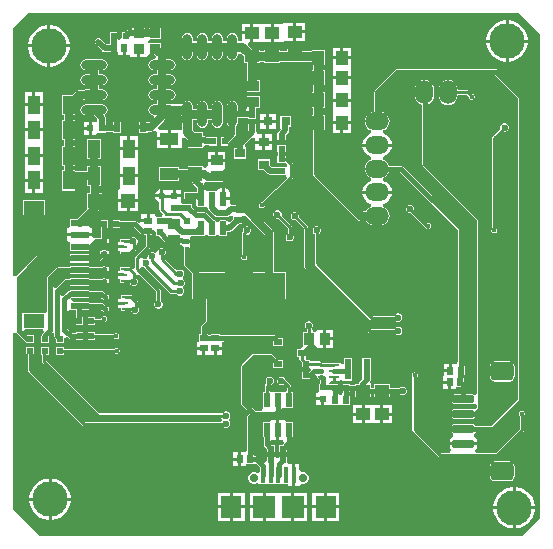
<source format=gtl>
G04*
G04 #@! TF.GenerationSoftware,Altium Limited,Altium Designer,24.10.1 (45)*
G04*
G04 Layer_Physical_Order=1*
G04 Layer_Color=255*
%FSLAX25Y25*%
%MOIN*%
G70*
G04*
G04 #@! TF.SameCoordinates,1F7DBCF5-7643-4606-9888-D8ADD4ED05EF*
G04*
G04*
G04 #@! TF.FilePolarity,Positive*
G04*
G01*
G75*
%ADD18C,0.01000*%
%ADD20R,0.06299X0.04134*%
%ADD21R,0.02461X0.03268*%
%ADD22R,0.01968X0.02362*%
%ADD23R,0.04134X0.06299*%
%ADD24R,0.06102X0.02362*%
%ADD25R,0.07087X0.04724*%
%ADD26O,0.03150X0.08661*%
%ADD27R,0.03740X0.03347*%
%ADD28O,0.08661X0.03150*%
%ADD29R,0.02362X0.02520*%
%ADD30R,0.03937X0.03543*%
%ADD31R,0.02520X0.02362*%
%ADD32R,0.02362X0.01968*%
%ADD33R,0.10630X0.08661*%
%ADD34R,0.01575X0.01378*%
%ADD35R,0.04724X0.04724*%
%ADD36R,0.04724X0.04724*%
%ADD37R,0.03543X0.03150*%
%ADD38R,0.03150X0.03150*%
%ADD39R,0.03937X0.04724*%
%ADD40O,0.05906X0.07874*%
%ADD41O,0.07874X0.05906*%
G04:AMPARAMS|DCode=42|XSize=27.56mil|YSize=70.87mil|CornerRadius=4.13mil|HoleSize=0mil|Usage=FLASHONLY|Rotation=90.000|XOffset=0mil|YOffset=0mil|HoleType=Round|Shape=RoundedRectangle|*
%AMROUNDEDRECTD42*
21,1,0.02756,0.06260,0,0,90.0*
21,1,0.01929,0.07087,0,0,90.0*
1,1,0.00827,0.03130,0.00965*
1,1,0.00827,0.03130,-0.00965*
1,1,0.00827,-0.03130,-0.00965*
1,1,0.00827,-0.03130,0.00965*
%
%ADD42ROUNDEDRECTD42*%
G04:AMPARAMS|DCode=43|XSize=62.99mil|YSize=78.74mil|CornerRadius=15.75mil|HoleSize=0mil|Usage=FLASHONLY|Rotation=90.000|XOffset=0mil|YOffset=0mil|HoleType=Round|Shape=RoundedRectangle|*
%AMROUNDEDRECTD43*
21,1,0.06299,0.04724,0,0,90.0*
21,1,0.03150,0.07874,0,0,90.0*
1,1,0.03150,0.02362,0.01575*
1,1,0.03150,0.02362,-0.01575*
1,1,0.03150,-0.02362,-0.01575*
1,1,0.03150,-0.02362,0.01575*
%
%ADD43ROUNDEDRECTD43*%
%ADD44R,0.02756X0.02362*%
%ADD45R,0.03543X0.03937*%
%ADD46O,0.02362X0.00984*%
%ADD47O,0.03937X0.00787*%
%ADD48R,0.02362X0.07087*%
%ADD49R,0.04724X0.03937*%
%ADD50R,0.07480X0.07480*%
%ADD51R,0.07087X0.07480*%
%ADD52R,0.01575X0.05315*%
%ADD53R,0.02362X0.04724*%
%ADD54R,0.02400X0.00900*%
G04:AMPARAMS|DCode=55|XSize=49.21mil|YSize=23.23mil|CornerRadius=2.9mil|HoleSize=0mil|Usage=FLASHONLY|Rotation=270.000|XOffset=0mil|YOffset=0mil|HoleType=Round|Shape=RoundedRectangle|*
%AMROUNDEDRECTD55*
21,1,0.04921,0.01742,0,0,270.0*
21,1,0.04341,0.02323,0,0,270.0*
1,1,0.00581,-0.00871,-0.02170*
1,1,0.00581,-0.00871,0.02170*
1,1,0.00581,0.00871,0.02170*
1,1,0.00581,0.00871,-0.02170*
%
%ADD55ROUNDEDRECTD55*%
%ADD95C,0.01500*%
%ADD96C,0.03000*%
%ADD97C,0.02000*%
%ADD98C,0.02500*%
%ADD99C,0.01681*%
%ADD100C,0.02756*%
%ADD101C,0.11811*%
%ADD102C,0.01575*%
%ADD103C,0.02362*%
G36*
X176452Y168449D02*
Y7045D01*
X170604Y1197D01*
X9703D01*
X714Y10187D01*
Y68800D01*
X983Y68900D01*
X1714Y68967D01*
X1815Y68815D01*
X4495Y66135D01*
X4810Y65925D01*
X4998Y65887D01*
Y65635D01*
X7760D01*
Y68004D01*
X5366D01*
X4097Y69273D01*
X4512Y70272D01*
X10488D01*
X10903Y69273D01*
X10594Y68964D01*
X10384Y68649D01*
X10310Y68279D01*
Y67941D01*
X9898D01*
Y65572D01*
X12660D01*
Y67941D01*
X12660Y67941D01*
X12660D01*
X13115Y68745D01*
X13431Y69062D01*
X14431Y68703D01*
X14431Y68703D01*
Y67767D01*
X14505Y67396D01*
X14715Y67082D01*
X14998Y66799D01*
Y65604D01*
X17760D01*
Y67256D01*
X18760Y67670D01*
X19283Y67147D01*
X19597Y66937D01*
X19968Y66864D01*
X21657D01*
Y66451D01*
X24026D01*
Y69213D01*
X21657D01*
Y68801D01*
X20369D01*
X18769Y70401D01*
Y76125D01*
X19583Y76572D01*
X19769Y76572D01*
X21773D01*
Y74213D01*
X21557D01*
Y71451D01*
X23926D01*
Y74213D01*
X23710D01*
Y76572D01*
X26086D01*
Y76984D01*
X29713D01*
X29896Y76802D01*
Y76122D01*
X30576D01*
X30611Y76087D01*
X30925Y75877D01*
X31296Y75803D01*
X31666Y75877D01*
X31981Y76087D01*
X32004Y76122D01*
X32696D01*
Y77422D01*
X32004D01*
X31981Y77457D01*
X30799Y78638D01*
X30485Y78848D01*
X30115Y78921D01*
X26086D01*
Y79334D01*
X20614D01*
X19993Y80334D01*
X20079Y80509D01*
X26086D01*
Y80921D01*
X29713D01*
X29896Y80739D01*
Y80059D01*
X30576D01*
X30611Y80024D01*
X30925Y79814D01*
X31296Y79740D01*
X31666Y79814D01*
X31981Y80024D01*
X32004Y80059D01*
X32696D01*
Y81359D01*
X32004D01*
X31981Y81394D01*
X30799Y82575D01*
X30485Y82785D01*
X30115Y82858D01*
X26086D01*
Y83271D01*
X19583D01*
Y82858D01*
X19490D01*
X19119Y82785D01*
X18805Y82575D01*
X17369Y81138D01*
X16369Y81497D01*
X16369Y81497D01*
Y82599D01*
X18584Y84814D01*
X19583Y84789D01*
Y84446D01*
X26086D01*
Y84858D01*
X30709D01*
X31079Y84932D01*
X31394Y85142D01*
X31787Y85536D01*
X31811Y85571D01*
X32502D01*
Y86870D01*
X31811D01*
X31787Y86905D01*
X31473Y87115D01*
X31102Y87189D01*
X30732Y87115D01*
X30417Y86905D01*
X30382Y86870D01*
X29702D01*
Y86795D01*
X26086D01*
Y87208D01*
X19583D01*
Y86769D01*
X18200D01*
X17829Y86695D01*
X17515Y86485D01*
X14969Y83938D01*
X13969Y84297D01*
X13969Y84297D01*
Y86799D01*
X15965Y88795D01*
X19583D01*
Y88383D01*
X26086D01*
Y88795D01*
X30709D01*
X31079Y88869D01*
X31394Y89079D01*
X31787Y89473D01*
X31811Y89508D01*
X32502D01*
Y90807D01*
X31811D01*
X31787Y90842D01*
X31473Y91052D01*
X31102Y91126D01*
X30732Y91052D01*
X30417Y90842D01*
X30382Y90807D01*
X29702D01*
Y90732D01*
X26086D01*
Y91145D01*
X19583D01*
Y90732D01*
X15564D01*
X15193Y90659D01*
X14879Y90449D01*
X12315Y87885D01*
X12105Y87571D01*
X12031Y87200D01*
Y76099D01*
X11322Y75397D01*
X11031Y75397D01*
X4469D01*
X3835Y75397D01*
X3469Y76245D01*
Y86799D01*
X9402Y92732D01*
X19583D01*
Y92320D01*
X26086D01*
Y92732D01*
X29134D01*
X29504Y92806D01*
X29819Y93016D01*
X31787Y94984D01*
X31811Y95019D01*
X32502D01*
Y96319D01*
X31811D01*
X31787Y96354D01*
X31473Y96564D01*
X31102Y96638D01*
X30732Y96564D01*
X30417Y96354D01*
X30382Y96319D01*
X29702D01*
Y95639D01*
X28733Y94669D01*
X26086D01*
Y95082D01*
X19583D01*
Y94669D01*
X9001D01*
X8630Y94596D01*
X8316Y94386D01*
X1815Y87885D01*
X1714Y87733D01*
X983Y87800D01*
X714Y87900D01*
Y170507D01*
X5703Y175497D01*
X169404D01*
X176452Y168449D01*
D02*
G37*
%LPC*%
G36*
X50102Y170574D02*
X45961D01*
Y170179D01*
X44590D01*
Y170574D01*
X40450D01*
Y169924D01*
X39173D01*
X38705Y169831D01*
X38308Y169566D01*
X37840Y169098D01*
X37005D01*
Y167914D01*
X36966Y167717D01*
X37005Y167519D01*
Y167080D01*
X36005Y166477D01*
X35498Y166745D01*
X35476Y167028D01*
Y167717D01*
X35436Y167914D01*
Y169098D01*
X33068D01*
Y167914D01*
X33029Y167717D01*
Y165260D01*
X32887D01*
Y165024D01*
X31707D01*
X29965Y166765D01*
X29568Y167030D01*
X29100Y167123D01*
X28632Y167030D01*
X28235Y166765D01*
X27970Y166368D01*
X27876Y165900D01*
X27970Y165432D01*
X28235Y165035D01*
X30335Y162935D01*
X30732Y162670D01*
X31200Y162576D01*
X32887D01*
Y162340D01*
X35551D01*
Y161540D01*
X37232D01*
Y163800D01*
X38232D01*
Y161540D01*
X39650D01*
Y160909D01*
X42020D01*
Y163583D01*
X43020D01*
Y160909D01*
X45390D01*
Y160946D01*
X45961Y161709D01*
X46390Y161709D01*
X47732D01*
X48338Y160962D01*
X47968Y160097D01*
X47520D01*
X46827Y159959D01*
X46240Y159567D01*
X45848Y158980D01*
X45710Y158287D01*
X45848Y157595D01*
X46240Y157008D01*
X46827Y156616D01*
X47520Y156478D01*
X48797D01*
Y155097D01*
X47520D01*
X46827Y154959D01*
X46240Y154567D01*
X45848Y153980D01*
X45710Y153287D01*
X45848Y152595D01*
X46240Y152008D01*
X46827Y151616D01*
X47520Y151478D01*
X48797D01*
Y150097D01*
X47520D01*
X46827Y149959D01*
X46240Y149567D01*
X45848Y148980D01*
X45710Y148287D01*
X45848Y147595D01*
X46240Y147008D01*
X46827Y146616D01*
X47520Y146478D01*
X48797D01*
Y145097D01*
X47520D01*
X46827Y144959D01*
X46240Y144567D01*
X45848Y143980D01*
X45710Y143287D01*
X45848Y142595D01*
X46240Y142008D01*
X46827Y141616D01*
X47314Y141519D01*
X47606Y140963D01*
X47687Y140478D01*
X46536Y139327D01*
X45574Y139235D01*
Y139235D01*
X42713D01*
Y137643D01*
X42665Y137402D01*
X42713Y137160D01*
Y135568D01*
X45574D01*
Y135923D01*
X46702D01*
X47267Y136036D01*
X47650Y136292D01*
X48024Y136200D01*
X48650Y135845D01*
Y134007D01*
X52300D01*
Y136574D01*
X49379D01*
X48965Y137574D01*
X51045Y139655D01*
X51366Y140134D01*
X51478Y140700D01*
Y141478D01*
X53031D01*
X53415Y141554D01*
X56507D01*
X56970Y141091D01*
Y138976D01*
X57046Y138593D01*
Y137534D01*
X56950Y136574D01*
X56046Y136574D01*
X53300D01*
Y133507D01*
Y130440D01*
X56950D01*
Y133791D01*
X57950Y134205D01*
X58855Y133300D01*
Y130627D01*
X63980D01*
Y130699D01*
X64031Y130791D01*
X64923Y131454D01*
X66139D01*
Y131296D01*
X68507D01*
Y132480D01*
X68546Y132677D01*
X68507Y132875D01*
Y134058D01*
X66139D01*
X66139Y134058D01*
X65167Y134127D01*
X64879Y134319D01*
X64411Y134413D01*
X63980D01*
Y135751D01*
X61306D01*
X60513Y136545D01*
Y138593D01*
X60589Y138976D01*
Y139999D01*
X61970D01*
Y138976D01*
X62108Y138284D01*
X62500Y137697D01*
X63087Y137304D01*
X63779Y137167D01*
X64472Y137304D01*
X65059Y137697D01*
X65451Y138284D01*
X65589Y138976D01*
Y139999D01*
X66970D01*
Y138976D01*
X67108Y138284D01*
X67500Y137697D01*
X68087Y137304D01*
X68779Y137167D01*
X69472Y137304D01*
X70059Y137697D01*
X70451Y138284D01*
X70589Y138976D01*
Y144488D01*
X70451Y145181D01*
X70059Y145768D01*
X69472Y146160D01*
X68779Y146298D01*
X68087Y146160D01*
X67500Y145768D01*
X67108Y145181D01*
X66970Y144488D01*
Y143466D01*
X65589D01*
Y144488D01*
X65451Y145181D01*
X65059Y145768D01*
X64472Y146160D01*
X63779Y146298D01*
X63087Y146160D01*
X62500Y145768D01*
X62108Y145181D01*
X61970Y144488D01*
Y143466D01*
X60589D01*
Y144488D01*
X60451Y145181D01*
X60059Y145768D01*
X59472Y146160D01*
X58780Y146298D01*
X58087Y146160D01*
X57500Y145768D01*
X57108Y145181D01*
X57076Y145021D01*
X53415D01*
X53031Y145097D01*
X51754D01*
Y146478D01*
X53031D01*
X53724Y146616D01*
X54311Y147008D01*
X54703Y147595D01*
X54841Y148287D01*
X54703Y148980D01*
X54311Y149567D01*
X53724Y149959D01*
X53031Y150097D01*
X51754D01*
Y151478D01*
X53031D01*
X53724Y151616D01*
X54311Y152008D01*
X54703Y152595D01*
X54841Y153287D01*
X54703Y153980D01*
X54311Y154567D01*
X53724Y154959D01*
X53031Y155097D01*
X51754D01*
Y156478D01*
X53031D01*
X53724Y156616D01*
X54311Y157008D01*
X54703Y157595D01*
X54841Y158287D01*
X54703Y158980D01*
X54311Y159567D01*
X53724Y159959D01*
X53031Y160097D01*
X51754D01*
Y161339D01*
X51641Y161904D01*
X51321Y162384D01*
X50102Y163603D01*
Y165456D01*
X46102Y165456D01*
X45750Y165994D01*
X46400Y166828D01*
X50102D01*
Y170574D01*
D02*
G37*
G36*
X94988Y172260D02*
Y169791D01*
X97850D01*
Y172260D01*
X94988D01*
D02*
G37*
G36*
X79815Y171866D02*
X76953D01*
Y169398D01*
X79815D01*
Y171866D01*
D02*
G37*
G36*
X166034Y173047D02*
X165854D01*
Y166642D01*
X172260D01*
Y166822D01*
X171994Y168156D01*
X171474Y169413D01*
X170718Y170544D01*
X169756Y171506D01*
X168625Y172261D01*
X167369Y172782D01*
X166034Y173047D01*
D02*
G37*
G36*
X164854D02*
X164674D01*
X163340Y172782D01*
X162083Y172261D01*
X160952Y171506D01*
X159991Y170544D01*
X159235Y169413D01*
X158714Y168156D01*
X158449Y166822D01*
Y166642D01*
X164854D01*
Y173047D01*
D02*
G37*
G36*
X97850Y168791D02*
X94988D01*
Y166323D01*
X97850D01*
Y168791D01*
D02*
G37*
G36*
X73779Y168896D02*
X73087Y168758D01*
X72500Y168366D01*
X72108Y167779D01*
X71970Y167087D01*
Y166064D01*
X70589D01*
Y167087D01*
X70451Y167779D01*
X70059Y168366D01*
X69472Y168758D01*
X68779Y168896D01*
X68087Y168758D01*
X67500Y168366D01*
X67108Y167779D01*
X66970Y167087D01*
Y166064D01*
X65589D01*
Y167087D01*
X65451Y167779D01*
X65059Y168366D01*
X64472Y168758D01*
X63779Y168896D01*
X63087Y168758D01*
X62500Y168366D01*
X62108Y167779D01*
X61970Y167087D01*
Y166064D01*
X60589D01*
Y167087D01*
X60451Y167779D01*
X60059Y168366D01*
X59472Y168758D01*
X58780Y168896D01*
X58087Y168758D01*
X57500Y168366D01*
X57108Y167779D01*
X56970Y167087D01*
Y161575D01*
X57108Y160882D01*
X57500Y160295D01*
X58087Y159903D01*
X58780Y159765D01*
X59472Y159903D01*
X60059Y160295D01*
X60451Y160882D01*
X60589Y161575D01*
Y162597D01*
X61970D01*
Y161575D01*
X62108Y160882D01*
X62500Y160295D01*
X63087Y159903D01*
X63779Y159765D01*
X64472Y159903D01*
X65059Y160295D01*
X65451Y160882D01*
X65589Y161575D01*
Y162597D01*
X66970D01*
Y161575D01*
X67108Y160882D01*
X67500Y160295D01*
X68087Y159903D01*
X68779Y159765D01*
X69472Y159903D01*
X70059Y160295D01*
X70451Y160882D01*
X70589Y161575D01*
Y162597D01*
X71970D01*
Y161575D01*
X72108Y160882D01*
X72500Y160295D01*
X73087Y159903D01*
X73779Y159765D01*
X74472Y159903D01*
X75059Y160295D01*
X75451Y160882D01*
X75589Y161575D01*
Y161884D01*
X76589Y162298D01*
X77753Y161135D01*
Y158855D01*
X78582D01*
Y153054D01*
X78540D01*
Y149111D01*
X82877D01*
Y153054D01*
X82048D01*
Y158855D01*
X82877D01*
Y159290D01*
X84446D01*
Y158855D01*
X89570D01*
Y159290D01*
X91926D01*
Y159249D01*
X97050D01*
Y159290D01*
X100194D01*
Y158068D01*
X100629D01*
Y156499D01*
X100194D01*
Y151375D01*
X100629D01*
Y149019D01*
X100194D01*
Y143895D01*
X100629D01*
Y141539D01*
X100194D01*
Y136414D01*
X100629D01*
Y122238D01*
X100761Y121574D01*
X101137Y121012D01*
X115500Y106648D01*
X116063Y106273D01*
X116726Y106141D01*
X118419D01*
X118814Y105625D01*
X119473Y105120D01*
X120240Y104802D01*
X121063Y104694D01*
X123031D01*
X123854Y104802D01*
X124621Y105120D01*
X125280Y105625D01*
X125785Y106284D01*
X126103Y107051D01*
X126211Y107874D01*
X126103Y108697D01*
X125785Y109464D01*
X125280Y110123D01*
X124621Y110628D01*
X124010Y110881D01*
X123998Y110955D01*
X124063Y111897D01*
X125025Y112295D01*
X125851Y112929D01*
X126484Y113755D01*
X126883Y114716D01*
X126953Y115248D01*
X122047D01*
X117142D01*
X117212Y114716D01*
X117610Y113755D01*
X118244Y112929D01*
X119070Y112295D01*
X120031Y111897D01*
X120096Y110955D01*
X120085Y110881D01*
X119473Y110628D01*
X118814Y110123D01*
X118419Y109607D01*
X117444D01*
X104095Y122956D01*
Y136414D01*
X104531D01*
Y141539D01*
X104095D01*
Y143895D01*
X104531D01*
Y149019D01*
X104095D01*
Y151375D01*
X104531D01*
Y156499D01*
X104095D01*
Y158068D01*
X104531D01*
Y163192D01*
X100194D01*
Y162757D01*
X97050D01*
Y163586D01*
X91926D01*
Y162757D01*
X89570D01*
Y163192D01*
X84446D01*
Y162757D01*
X82877D01*
Y163192D01*
X80598D01*
X78861Y164929D01*
X79275Y165929D01*
X79815D01*
Y168398D01*
X76953D01*
X76953Y166064D01*
X76731Y166064D01*
X75589D01*
Y167087D01*
X75451Y167779D01*
X75059Y168366D01*
X74472Y168758D01*
X73779Y168896D01*
D02*
G37*
G36*
X86508Y171866D02*
X80815D01*
Y168898D01*
Y165929D01*
X86508D01*
Y168898D01*
Y171866D01*
D02*
G37*
G36*
X91126Y172260D02*
X90289Y171866D01*
X90126Y171866D01*
X87508D01*
Y168898D01*
Y165929D01*
X90289D01*
X90370Y165929D01*
X91207Y166323D01*
X91370Y166323D01*
X93988D01*
Y169291D01*
Y172260D01*
X91207D01*
X91126Y172260D01*
D02*
G37*
G36*
X13279Y171472D02*
X13098D01*
Y165067D01*
X19504D01*
Y165247D01*
X19239Y166581D01*
X18718Y167838D01*
X17962Y168969D01*
X17000Y169931D01*
X15869Y170686D01*
X14613Y171207D01*
X13279Y171472D01*
D02*
G37*
G36*
X12098D02*
X11918D01*
X10584Y171207D01*
X9328Y170686D01*
X8196Y169931D01*
X7235Y168969D01*
X6479Y167838D01*
X5958Y166581D01*
X5693Y165247D01*
Y165067D01*
X12098D01*
Y171472D01*
D02*
G37*
G36*
X113205Y163992D02*
X110736D01*
Y161130D01*
X113205D01*
Y163992D01*
D02*
G37*
G36*
X109736D02*
X107268D01*
Y161130D01*
X109736D01*
Y163992D01*
D02*
G37*
G36*
X172260Y165642D02*
X165854D01*
Y159236D01*
X166034D01*
X167369Y159502D01*
X168625Y160022D01*
X169756Y160778D01*
X170718Y161740D01*
X171474Y162871D01*
X171994Y164128D01*
X172260Y165462D01*
Y165642D01*
D02*
G37*
G36*
X164854D02*
X158449D01*
Y165462D01*
X158714Y164128D01*
X159235Y162871D01*
X159991Y161740D01*
X160952Y160778D01*
X162083Y160022D01*
X163340Y159502D01*
X164674Y159236D01*
X164854D01*
Y165642D01*
D02*
G37*
G36*
X19504Y164067D02*
X13098D01*
Y157661D01*
X13279D01*
X14613Y157927D01*
X15869Y158447D01*
X17000Y159203D01*
X17962Y160165D01*
X18718Y161296D01*
X19239Y162553D01*
X19504Y163887D01*
Y164067D01*
D02*
G37*
G36*
X12098D02*
X5693D01*
Y163887D01*
X5958Y162553D01*
X6479Y161296D01*
X7235Y160165D01*
X8196Y159203D01*
X9328Y158447D01*
X10584Y157927D01*
X11918Y157661D01*
X12098D01*
Y164067D01*
D02*
G37*
G36*
X113205Y160130D02*
X110236D01*
X107268D01*
Y157268D01*
Y154437D01*
X110236D01*
X113205D01*
Y157268D01*
Y160130D01*
D02*
G37*
G36*
Y153437D02*
X110236D01*
X107268D01*
Y150819D01*
X107268Y149819D01*
X107268Y149575D01*
Y146957D01*
X110236D01*
X113205D01*
Y149575D01*
X113205Y150575D01*
X113205Y150819D01*
Y153437D01*
D02*
G37*
G36*
X145669Y153180D02*
X144846Y153072D01*
X144079Y152754D01*
X143421Y152249D01*
X142915Y151590D01*
X142598Y150823D01*
X142489Y150000D01*
Y148031D01*
X142598Y147208D01*
X142915Y146441D01*
X143421Y145783D01*
X144079Y145278D01*
X144846Y144960D01*
X145669Y144852D01*
X146492Y144960D01*
X147259Y145278D01*
X147918Y145783D01*
X148423Y146441D01*
X148741Y147208D01*
X148849Y148031D01*
Y148302D01*
X151889D01*
X152613Y147578D01*
Y147404D01*
X152763Y147041D01*
X153041Y146763D01*
X153404Y146613D01*
X153796D01*
X154159Y146763D01*
X154437Y147041D01*
X154587Y147404D01*
Y147796D01*
X154437Y148159D01*
X154159Y148437D01*
X153796Y148587D01*
X153622D01*
X152689Y149520D01*
X152457Y149675D01*
X152184Y149730D01*
X148849D01*
Y150000D01*
X148741Y150823D01*
X148423Y151590D01*
X147918Y152249D01*
X147259Y152754D01*
X146492Y153072D01*
X145669Y153180D01*
D02*
G37*
G36*
X30433Y160097D02*
X24921D01*
X24229Y159959D01*
X23642Y159567D01*
X23249Y158980D01*
X23112Y158287D01*
X23249Y157595D01*
X23642Y157008D01*
X24229Y156616D01*
X24921Y156478D01*
X26199D01*
Y155097D01*
X24921D01*
X24229Y154959D01*
X23642Y154567D01*
X23249Y153980D01*
X23112Y153287D01*
X23249Y152595D01*
X23642Y152008D01*
X24229Y151616D01*
X24921Y151478D01*
X26199D01*
Y150097D01*
X24921D01*
X24229Y149959D01*
X23939Y149766D01*
X22598D01*
X22033Y149653D01*
X21553Y149333D01*
X20452Y148231D01*
X16926D01*
Y141532D01*
X17715D01*
Y139964D01*
X16926D01*
Y133265D01*
X17715D01*
Y131302D01*
X16926D01*
Y124603D01*
X17715D01*
Y123035D01*
X16926D01*
Y116335D01*
X21460D01*
Y119781D01*
X25390D01*
Y117910D01*
X26356D01*
Y115554D01*
X25273D01*
Y110430D01*
X25272D01*
X25387Y110154D01*
X22125Y106893D01*
X19583D01*
X19583Y104239D01*
X18783Y103756D01*
X18783Y103648D01*
X18783Y103648D01*
Y102075D01*
X22835D01*
X26886D01*
Y103648D01*
X26886Y103648D01*
Y103756D01*
X26086Y104239D01*
X26086Y104756D01*
Y106672D01*
X28880Y109466D01*
X29201Y109946D01*
X29297Y110430D01*
X30397D01*
Y115554D01*
X29313D01*
Y117910D01*
X29924D01*
Y124609D01*
X29136D01*
Y126965D01*
X29924D01*
Y133665D01*
X25390D01*
Y126965D01*
X26179D01*
Y124609D01*
X25390D01*
Y122738D01*
X21460D01*
Y123035D01*
X20671D01*
Y124603D01*
X21460D01*
Y131302D01*
X20671D01*
Y133265D01*
X21460D01*
Y139964D01*
X20671D01*
Y141532D01*
X21460D01*
Y145058D01*
X23211Y146809D01*
X23939D01*
X24229Y146616D01*
X24921Y146478D01*
X30433D01*
X31126Y146616D01*
X31713Y147008D01*
X32105Y147595D01*
X32243Y148287D01*
X32105Y148980D01*
X31713Y149567D01*
X31126Y149959D01*
X30433Y150097D01*
X29156D01*
Y151478D01*
X30433D01*
X31126Y151616D01*
X31713Y152008D01*
X32105Y152595D01*
X32243Y153287D01*
X32105Y153980D01*
X31713Y154567D01*
X31126Y154959D01*
X30433Y155097D01*
X29156D01*
Y156478D01*
X30433D01*
X31126Y156616D01*
X31713Y157008D01*
X32105Y157595D01*
X32243Y158287D01*
X32105Y158980D01*
X31713Y159567D01*
X31126Y159959D01*
X30433Y160097D01*
D02*
G37*
G36*
X10646Y149031D02*
X8079D01*
Y145382D01*
X10646D01*
Y149031D01*
D02*
G37*
G36*
X7079D02*
X4512D01*
Y145382D01*
X7079D01*
Y149031D01*
D02*
G37*
G36*
X82877Y147739D02*
X78540D01*
Y143796D01*
X78154Y142956D01*
X75589D01*
Y144488D01*
X75451Y145181D01*
X75059Y145768D01*
X74472Y146160D01*
X73779Y146298D01*
X73087Y146160D01*
X72500Y145768D01*
X72108Y145181D01*
X71970Y144488D01*
Y138976D01*
X72108Y138284D01*
X72500Y137697D01*
X72556Y137659D01*
Y135704D01*
X70911Y134058D01*
X70076D01*
Y132875D01*
X70036Y132677D01*
X70076Y132480D01*
Y131296D01*
X72444D01*
Y132131D01*
X74645Y134332D01*
X74910Y134729D01*
X75003Y135197D01*
Y137659D01*
X75059Y137697D01*
X75451Y138284D01*
X75589Y138976D01*
Y140509D01*
X78934D01*
Y140154D01*
X80118D01*
X80315Y140115D01*
X80512Y140154D01*
X81696D01*
Y142523D01*
X81538D01*
Y143796D01*
X82877D01*
Y147739D01*
D02*
G37*
G36*
X88205Y141945D02*
X86130D01*
Y139870D01*
X88205D01*
Y141945D01*
D02*
G37*
G36*
X85130D02*
X83055D01*
Y139870D01*
X85130D01*
Y141945D01*
D02*
G37*
G36*
X113205Y145957D02*
X110236D01*
X107268D01*
Y143339D01*
X107268Y143095D01*
Y142339D01*
X107268Y142095D01*
Y139476D01*
X110236D01*
X113205D01*
Y142095D01*
X113205Y142339D01*
Y143095D01*
X113205Y143339D01*
Y145957D01*
D02*
G37*
G36*
X25878Y139189D02*
X24394D01*
Y137508D01*
X25878D01*
Y139189D01*
D02*
G37*
G36*
X10646Y144382D02*
X4512D01*
Y140732D01*
Y137114D01*
X10646D01*
Y140732D01*
Y144382D01*
D02*
G37*
G36*
X88205Y138870D02*
X86130D01*
Y136795D01*
X88205D01*
Y138870D01*
D02*
G37*
G36*
X85130D02*
X83055D01*
Y136795D01*
X85130D01*
Y138870D01*
D02*
G37*
G36*
X80315Y138625D02*
X80118Y138586D01*
X78934D01*
Y136217D01*
X78934Y136217D01*
X78934D01*
X78357Y135487D01*
X75513Y132643D01*
X75248Y132246D01*
X75154Y131778D01*
Y130515D01*
X74406D01*
Y126965D01*
X78350D01*
Y130515D01*
X78190D01*
X77845Y131515D01*
X80480Y134150D01*
X81480Y133736D01*
Y132980D01*
X83752D01*
Y135055D01*
X82427D01*
X82025Y135354D01*
X81696Y136217D01*
X81696Y136217D01*
Y138586D01*
X80512D01*
X80315Y138625D01*
D02*
G37*
G36*
X164775Y138681D02*
X164225D01*
X163718Y138471D01*
X163329Y138082D01*
X163119Y137575D01*
Y137025D01*
X163147Y136957D01*
X160495Y134305D01*
X160341Y134073D01*
X160286Y133800D01*
Y103783D01*
X160163Y103659D01*
X160013Y103296D01*
Y102904D01*
X160163Y102541D01*
X160441Y102263D01*
X160804Y102113D01*
X161196D01*
X161559Y102263D01*
X161837Y102541D01*
X161987Y102904D01*
Y103296D01*
X161837Y103659D01*
X161714Y103783D01*
Y133504D01*
X164157Y135947D01*
X164225Y135919D01*
X164775D01*
X165282Y136129D01*
X165671Y136518D01*
X165881Y137025D01*
Y137575D01*
X165671Y138082D01*
X165282Y138471D01*
X164775Y138681D01*
D02*
G37*
G36*
X113205Y138476D02*
X110736D01*
Y135614D01*
X113205D01*
Y138476D01*
D02*
G37*
G36*
X109736D02*
X107268D01*
Y135614D01*
X109736D01*
Y138476D01*
D02*
G37*
G36*
X30433Y145097D02*
X24921D01*
X24229Y144959D01*
X23642Y144567D01*
X23249Y143980D01*
X23112Y143287D01*
X23249Y142595D01*
X23642Y142008D01*
X24229Y141616D01*
X24921Y141478D01*
X27756D01*
X28589Y140645D01*
X28558Y139364D01*
X28362Y139189D01*
X28091Y139189D01*
X26878D01*
Y137008D01*
Y134827D01*
X28362D01*
Y135068D01*
X29131Y135627D01*
X29362Y135627D01*
X31499D01*
Y135784D01*
X33954D01*
Y135568D01*
X36814D01*
Y139235D01*
X33954D01*
Y138231D01*
X31539D01*
Y140650D01*
X31445Y141118D01*
X31713Y142008D01*
X32105Y142595D01*
X32243Y143287D01*
X32105Y143980D01*
X31713Y144567D01*
X31126Y144959D01*
X30433Y145097D01*
D02*
G37*
G36*
X25878Y136508D02*
X24394D01*
Y134827D01*
X25878D01*
Y136508D01*
D02*
G37*
G36*
X93310Y141145D02*
X89761D01*
Y137595D01*
X89761D01*
X89865Y136595D01*
X89292Y136023D01*
X89027Y135626D01*
X88989Y135436D01*
X88776D01*
Y133068D01*
X89960D01*
X90158Y133028D01*
X90355Y133068D01*
X91539D01*
Y134808D01*
X92265Y135535D01*
X92530Y135932D01*
X92624Y136400D01*
Y137595D01*
X93310D01*
Y141145D01*
D02*
G37*
G36*
X87024Y135055D02*
X84752D01*
Y132980D01*
X87024D01*
Y135055D01*
D02*
G37*
G36*
X42339Y134465D02*
X39772D01*
Y130815D01*
X42339D01*
Y134465D01*
D02*
G37*
G36*
X38772D02*
X36205D01*
Y130815D01*
X38772D01*
Y134465D01*
D02*
G37*
G36*
X52300Y133007D02*
X48650D01*
Y130440D01*
X52300D01*
Y133007D01*
D02*
G37*
G36*
X87024Y131980D02*
X84752D01*
Y129905D01*
X87024D01*
Y131980D01*
D02*
G37*
G36*
X83752D02*
X81480D01*
Y129905D01*
X83752D01*
Y131980D01*
D02*
G37*
G36*
X10646Y136114D02*
X4512D01*
Y133102D01*
X4512Y132465D01*
X4512Y131465D01*
Y128453D01*
X10646D01*
Y131465D01*
X10646Y132102D01*
X10646Y133102D01*
Y136114D01*
D02*
G37*
G36*
X71472Y129150D02*
X69004D01*
Y126878D01*
X71472D01*
Y129150D01*
D02*
G37*
G36*
X68004D02*
X65535D01*
Y126878D01*
X68004D01*
Y129150D01*
D02*
G37*
G36*
X90158Y131538D02*
X89960Y131499D01*
X88776D01*
Y129131D01*
X88934D01*
Y127956D01*
X88776D01*
Y125587D01*
X89960D01*
X90158Y125548D01*
X90355Y125587D01*
X91373D01*
X91878Y125042D01*
X92067Y124741D01*
X91864Y124062D01*
X91539Y124019D01*
X91486Y124019D01*
X90355D01*
X90158Y124058D01*
X86924D01*
X86224Y124759D01*
Y126775D01*
X82280D01*
Y123225D01*
X84297D01*
X85552Y121969D01*
X85949Y121704D01*
X86417Y121611D01*
X90158D01*
X90355Y121650D01*
X91486D01*
X91539Y121650D01*
X91616Y121640D01*
X91974Y120583D01*
X88232Y116841D01*
X88087Y116813D01*
X87856Y116658D01*
X83582Y112384D01*
X83407D01*
X83044Y112233D01*
X82767Y111955D01*
X82616Y111593D01*
Y111200D01*
X82767Y110837D01*
X83044Y110559D01*
X83407Y110409D01*
X83800D01*
X84163Y110559D01*
X84441Y110837D01*
X84591Y111200D01*
Y111374D01*
X88682Y115465D01*
X88826Y115494D01*
X89058Y115648D01*
X93705Y120295D01*
X93859Y120527D01*
X93914Y120800D01*
Y125100D01*
X93859Y125373D01*
X93705Y125605D01*
X92033Y127276D01*
X91802Y127431D01*
X91539Y127483D01*
Y127956D01*
X91381D01*
Y129131D01*
X91539D01*
Y131499D01*
X90355D01*
X90158Y131538D01*
D02*
G37*
G36*
X71472Y125878D02*
X65535D01*
Y124402D01*
X64685Y123778D01*
X63980Y124097D01*
Y124491D01*
X58855D01*
Y123371D01*
X56150D01*
Y124160D01*
X49450D01*
Y119626D01*
X56150D01*
Y120414D01*
X58855D01*
Y119367D01*
X60217D01*
X60287Y119015D01*
X60552Y118617D01*
X61966Y117204D01*
Y116157D01*
X61943Y116148D01*
X61795Y115790D01*
X59055D01*
X58858Y115751D01*
X57674D01*
Y113383D01*
X58858D01*
X59055Y113343D01*
X61718D01*
X61787Y113274D01*
Y111432D01*
X61943Y111057D01*
X62318Y110901D01*
X64060D01*
X64435Y111057D01*
X65432Y110851D01*
X65706Y110571D01*
X65799Y110103D01*
X66064Y109706D01*
X67835Y107935D01*
X68232Y107670D01*
X68700Y107577D01*
X72000D01*
X72468Y107670D01*
X72865Y107935D01*
X73133Y108202D01*
X74010Y107734D01*
X74074Y106872D01*
X73071Y105869D01*
X72766Y105876D01*
X71956Y106168D01*
X71916Y106266D01*
X71540Y106421D01*
X69798D01*
X69423Y106266D01*
X69267Y105891D01*
X68331D01*
X68176Y106266D01*
X67800Y106421D01*
X67488D01*
X65055Y108854D01*
X64741Y109064D01*
X64370Y109138D01*
X61917D01*
X60436Y110619D01*
Y111814D01*
X59253D01*
X59055Y111853D01*
X57165D01*
X56512Y112583D01*
Y114067D01*
X54331D01*
Y114567D01*
X53831D01*
Y116551D01*
X52150D01*
X52150Y116551D01*
X51150Y116533D01*
X50697Y116721D01*
Y114567D01*
X50197D01*
Y114067D01*
X48043D01*
X48348Y113331D01*
X48961Y112718D01*
X49483Y112502D01*
Y110138D01*
X49538Y109865D01*
X49692Y109633D01*
X50803Y108523D01*
X50388Y107523D01*
X49606D01*
X49409Y107483D01*
X48225Y107483D01*
X47929Y108361D01*
Y108402D01*
X46169D01*
Y106220D01*
X45669D01*
Y105720D01*
X43297D01*
X42486Y105384D01*
X41985Y105885D01*
X41671Y106095D01*
X41300Y106169D01*
X36253D01*
Y106581D01*
X33884D01*
Y103819D01*
X36253D01*
Y104231D01*
X40899D01*
X43059Y102071D01*
X43373Y101861D01*
X43744Y101787D01*
X44209D01*
Y101375D01*
X44956D01*
Y97835D01*
X41621Y94501D01*
X41467Y94269D01*
X41412Y93996D01*
Y90653D01*
X40412Y90238D01*
X39988Y90663D01*
X39757Y90817D01*
X39483Y90872D01*
X37802D01*
X37529Y90817D01*
X37515Y90808D01*
X36402D01*
Y89639D01*
X35602D01*
Y88689D01*
X37802D01*
Y87689D01*
X35602D01*
Y86739D01*
X36402D01*
Y85570D01*
X37515D01*
X37529Y85561D01*
X37802Y85506D01*
X39610D01*
X39729Y85218D01*
X40118Y84829D01*
X40625Y84619D01*
X41175D01*
X41682Y84829D01*
X42071Y85218D01*
X42281Y85725D01*
Y86275D01*
X42071Y86782D01*
X41682Y87171D01*
X41666Y87178D01*
Y88123D01*
X42614Y88516D01*
X45414Y85716D01*
X45414Y85716D01*
X48401Y82729D01*
Y79546D01*
X48332Y79517D01*
X47943Y79129D01*
X47733Y78621D01*
Y78072D01*
X47943Y77564D01*
X48332Y77176D01*
X48839Y76965D01*
X49389D01*
X49896Y77176D01*
X50285Y77564D01*
X50495Y78072D01*
Y78621D01*
X50285Y79129D01*
X49896Y79517D01*
X49828Y79546D01*
Y83025D01*
X49774Y83298D01*
X49619Y83529D01*
X46423Y86725D01*
X46423Y86725D01*
X42903Y90245D01*
X42930Y90477D01*
X44000Y91015D01*
X44341Y90827D01*
X44495Y90595D01*
X52895Y82195D01*
X53127Y82041D01*
X53400Y81986D01*
X55101D01*
X55129Y81918D01*
X55518Y81529D01*
X56025Y81319D01*
X56575D01*
X57082Y81529D01*
X57471Y81918D01*
X57681Y82425D01*
Y82975D01*
X57512Y83383D01*
X57468Y83703D01*
X57460Y84349D01*
X57678Y84624D01*
X57771Y84718D01*
X57981Y85225D01*
Y85775D01*
X57771Y86282D01*
X57553Y86500D01*
X57400Y86883D01*
X57470Y87717D01*
X57571Y87818D01*
X57781Y88325D01*
Y88875D01*
X57571Y89382D01*
X57182Y89771D01*
X56675Y89981D01*
X56125D01*
X55618Y89771D01*
X54521Y90088D01*
X50933Y93677D01*
X50982Y94629D01*
X51371Y95018D01*
X51581Y95525D01*
Y96075D01*
X51371Y96582D01*
X50982Y96971D01*
X50475Y97181D01*
X49925D01*
X49418Y96971D01*
X49029Y96582D01*
X48819Y96075D01*
Y96048D01*
X47882Y95571D01*
X47375Y95781D01*
X46825D01*
X46318Y95571D01*
X45929Y95182D01*
X45719Y94675D01*
Y94480D01*
X45464Y93963D01*
X44862Y93581D01*
X44725D01*
X44500Y93488D01*
X43582Y93758D01*
X43339Y93906D01*
X43273Y94134D01*
X46174Y97035D01*
X46329Y97266D01*
X46383Y97539D01*
Y101375D01*
X47129D01*
Y103049D01*
X47194Y103091D01*
X47216Y103095D01*
X47441Y103074D01*
X47986Y102809D01*
X48225Y102449D01*
Y101178D01*
X49421D01*
X51284Y99315D01*
X51598Y99105D01*
X51968Y99031D01*
X52162D01*
Y98028D01*
X56499D01*
Y98028D01*
X56503Y98031D01*
X57670Y97602D01*
X57674Y97595D01*
X57674Y97441D01*
Y95961D01*
X57693D01*
Y91929D01*
X57766Y91558D01*
X57977Y91244D01*
X60430Y88791D01*
Y80115D01*
X64976D01*
Y72946D01*
X63488Y71458D01*
X63278Y71144D01*
X63205Y70773D01*
Y68625D01*
X62713D01*
Y65961D01*
X61913D01*
Y64280D01*
X64173D01*
Y63779D01*
X64673D01*
Y61598D01*
X67610D01*
Y63779D01*
X68110D01*
Y64280D01*
X70370D01*
Y65961D01*
X71240Y66276D01*
X87276D01*
X87398Y66153D01*
Y64564D01*
X90554D01*
Y67326D01*
X88965D01*
X88362Y67929D01*
X88048Y68139D01*
X87677Y68213D01*
X69570D01*
Y68625D01*
X66650D01*
Y68213D01*
X65633D01*
Y68625D01*
X65142D01*
Y70372D01*
X66630Y71860D01*
X66840Y72174D01*
X66913Y72545D01*
Y80115D01*
X71460D01*
Y89176D01*
X62784D01*
X59630Y92330D01*
Y95961D01*
X59649D01*
Y97521D01*
X59649Y97739D01*
Y98520D01*
X59649Y98739D01*
Y100298D01*
X60034Y101139D01*
X61831D01*
X61965Y101165D01*
X62318Y101019D01*
X64060D01*
X64435Y101175D01*
X64591Y101550D01*
X65527D01*
X65683Y101175D01*
X66058Y101019D01*
X67800D01*
X68176Y101175D01*
X68331Y101550D01*
X69267D01*
X69423Y101175D01*
X69798Y101019D01*
X71540D01*
X71916Y101175D01*
X72071Y101550D01*
Y102497D01*
X72653D01*
X73121Y102590D01*
X73518Y102855D01*
X75949Y105287D01*
X77060D01*
Y107735D01*
X77989Y108221D01*
X84545Y101664D01*
Y89176D01*
X80509D01*
Y80115D01*
X91539D01*
Y89176D01*
X87502D01*
Y102276D01*
X87389Y102842D01*
X87069Y103322D01*
X79213Y111178D01*
X78733Y111498D01*
X78168Y111611D01*
X75600D01*
X75111Y111513D01*
X74140D01*
X74140Y111513D01*
X73190Y111633D01*
X72856Y112281D01*
Y113102D01*
X70669D01*
Y113602D01*
X70169D01*
Y117088D01*
X69798D01*
X69295Y116988D01*
X68868Y116703D01*
X68346Y116284D01*
X67800Y116303D01*
X66058D01*
X65683Y116148D01*
X64698Y116384D01*
X64412Y116699D01*
Y117711D01*
X64319Y118179D01*
X64183Y118383D01*
X64262Y118839D01*
X65077Y119426D01*
X65600Y119322D01*
X66335D01*
Y119091D01*
X70672D01*
Y122606D01*
X70673Y123035D01*
X71436Y123606D01*
X71472D01*
Y125878D01*
D02*
G37*
G36*
X42339Y129815D02*
X39272D01*
X36205D01*
Y126409D01*
X36205Y126165D01*
Y125409D01*
X36205Y125165D01*
Y121760D01*
X39272D01*
X42339D01*
Y125165D01*
X42339Y125409D01*
Y126165D01*
X42339Y126409D01*
Y129815D01*
D02*
G37*
G36*
X10646Y127453D02*
X4512D01*
Y123803D01*
Y120185D01*
X10646D01*
Y123803D01*
Y127453D01*
D02*
G37*
G36*
Y119185D02*
X8079D01*
Y115535D01*
X10646D01*
Y119185D01*
D02*
G37*
G36*
X7079D02*
X4512D01*
Y115535D01*
X7079D01*
Y119185D01*
D02*
G37*
G36*
X49697Y116721D02*
X48961Y116416D01*
X48348Y115802D01*
X48043Y115067D01*
X49697D01*
Y116721D01*
D02*
G37*
G36*
X56512Y116551D02*
X54831D01*
Y115067D01*
X56512D01*
Y116551D01*
D02*
G37*
G36*
X71540Y117088D02*
X71169D01*
Y114102D01*
X72856D01*
Y115773D01*
X72756Y116276D01*
X72471Y116703D01*
X72044Y116988D01*
X71540Y117088D01*
D02*
G37*
G36*
X42339Y120760D02*
X39272D01*
X36205D01*
Y117354D01*
X36205Y117159D01*
X35732Y116354D01*
X35732Y116306D01*
Y113492D01*
X39094D01*
X42457D01*
Y116159D01*
X42457Y116354D01*
X42339Y117305D01*
Y120760D01*
D02*
G37*
G36*
X42457Y112492D02*
X39595D01*
Y109630D01*
X42457D01*
Y112492D01*
D02*
G37*
G36*
X38594D02*
X35732D01*
Y109630D01*
X38594D01*
Y112492D01*
D02*
G37*
G36*
X11322Y113192D02*
X3835D01*
Y108068D01*
X11322D01*
Y113192D01*
D02*
G37*
G36*
X45169Y108402D02*
X43409D01*
Y106720D01*
X45169D01*
Y108402D01*
D02*
G37*
G36*
X133275Y111581D02*
X132725D01*
X132218Y111371D01*
X131829Y110982D01*
X131619Y110475D01*
Y109925D01*
X131829Y109418D01*
X132218Y109029D01*
X132725Y108819D01*
X133275D01*
X133343Y108847D01*
X138101Y104089D01*
X138163Y103941D01*
X138441Y103663D01*
X138712Y103551D01*
X138727Y103541D01*
X138744Y103537D01*
X138804Y103513D01*
X138868D01*
X139000Y103486D01*
X139100D01*
X139373Y103541D01*
X139551Y103659D01*
X139559Y103663D01*
X139566Y103669D01*
X139605Y103695D01*
X139631Y103734D01*
X139837Y103941D01*
X139987Y104304D01*
Y104696D01*
X139837Y105059D01*
X139559Y105337D01*
X139196Y105487D01*
X138804D01*
X138746Y105464D01*
X134353Y109857D01*
X134381Y109925D01*
Y110475D01*
X134171Y110982D01*
X133782Y111371D01*
X133275Y111581D01*
D02*
G37*
G36*
X32316Y106581D02*
X29947D01*
Y103819D01*
X30134D01*
Y100575D01*
X28406D01*
X28036Y100501D01*
X27886Y100401D01*
X26886Y100704D01*
Y101075D01*
X22835D01*
X18783D01*
Y99394D01*
X19583Y99019D01*
Y96257D01*
X26086D01*
Y96669D01*
X26438D01*
X26808Y96743D01*
X27123Y96953D01*
X28808Y98638D01*
X31102D01*
X31473Y98711D01*
X31787Y98921D01*
X31811Y98956D01*
X32502D01*
Y100256D01*
X32071D01*
Y103819D01*
X32316D01*
Y106581D01*
D02*
G37*
G36*
X89075Y109681D02*
X88525D01*
X88018Y109471D01*
X87629Y109082D01*
X87419Y108575D01*
Y108025D01*
X87629Y107518D01*
X88018Y107129D01*
X88525Y106919D01*
X89075D01*
X89143Y106947D01*
X92186Y103904D01*
Y101979D01*
X92132Y101956D01*
X91743Y101568D01*
X91533Y101060D01*
Y100511D01*
X91743Y100003D01*
X92132Y99615D01*
X92640Y99405D01*
X93189D01*
X93697Y99615D01*
X94085Y100003D01*
X94296Y100511D01*
Y101060D01*
X94085Y101568D01*
X93697Y101956D01*
X93614Y101991D01*
Y104200D01*
X93559Y104473D01*
X93405Y104705D01*
X90153Y107957D01*
X90181Y108025D01*
Y108575D01*
X89971Y109082D01*
X89582Y109471D01*
X89075Y109681D01*
D02*
G37*
G36*
X41075Y100781D02*
X40525D01*
X40018Y100571D01*
X39767Y100320D01*
X37802D01*
X37529Y100266D01*
X37515Y100257D01*
X36402D01*
Y99088D01*
X35602D01*
Y98138D01*
X37802D01*
Y97138D01*
X35602D01*
Y96188D01*
X36402D01*
Y95019D01*
X37515D01*
X37529Y95009D01*
X37802Y94955D01*
X39769D01*
X40042Y95009D01*
X40273Y95164D01*
X41405Y96295D01*
X41559Y96527D01*
X41614Y96800D01*
Y98260D01*
X41971Y98618D01*
X42181Y99125D01*
Y99675D01*
X41971Y100182D01*
X41582Y100571D01*
X41075Y100781D01*
D02*
G37*
G36*
X78916Y104432D02*
X78367D01*
X77859Y104222D01*
X77471Y103833D01*
X77261Y103326D01*
Y102777D01*
X77289Y102708D01*
X77251Y102670D01*
X77096Y102438D01*
X77042Y102165D01*
Y94777D01*
X76919Y94654D01*
X76768Y94291D01*
Y93898D01*
X76919Y93535D01*
X77197Y93257D01*
X77560Y93107D01*
X77952D01*
X78315Y93257D01*
X78593Y93535D01*
X78743Y93898D01*
Y94291D01*
X78593Y94654D01*
X78470Y94777D01*
Y101670D01*
X78916D01*
X79424Y101880D01*
X79813Y102269D01*
X80023Y102777D01*
Y103326D01*
X79813Y103833D01*
X79424Y104222D01*
X78916Y104432D01*
D02*
G37*
G36*
X39891Y81423D02*
X37996D01*
X37723Y81368D01*
X37709Y81359D01*
X36596D01*
Y80190D01*
X35796D01*
Y79240D01*
X37996D01*
Y78240D01*
X35796D01*
Y77290D01*
X36596D01*
Y76121D01*
X37709D01*
X37723Y76112D01*
X37996Y76057D01*
X40030D01*
X40129Y75818D01*
X40518Y75429D01*
X41025Y75219D01*
X41575D01*
X42082Y75429D01*
X42471Y75818D01*
X42681Y76325D01*
Y76875D01*
X42471Y77382D01*
X42214Y77640D01*
Y79100D01*
X42159Y79373D01*
X42005Y79605D01*
X40396Y81214D01*
X40164Y81368D01*
X39891Y81423D01*
D02*
G37*
G36*
X31296Y74587D02*
X30904D01*
X30541Y74437D01*
X30263Y74159D01*
X30113Y73796D01*
Y73622D01*
X30037Y73546D01*
X27863D01*
Y74213D01*
X25495D01*
Y71451D01*
X27863D01*
Y72119D01*
X30332D01*
X30605Y72173D01*
X30837Y72328D01*
X31122Y72613D01*
X31296D01*
X31659Y72763D01*
X31937Y73041D01*
X32087Y73404D01*
Y73796D01*
X31937Y74159D01*
X31659Y74437D01*
X31296Y74587D01*
D02*
G37*
G36*
X102175Y104481D02*
X101625D01*
X101118Y104271D01*
X100729Y103882D01*
X100519Y103375D01*
Y102825D01*
X100729Y102318D01*
X101118Y101929D01*
X101186Y101901D01*
Y92100D01*
X101241Y91827D01*
X101395Y91595D01*
X119695Y73295D01*
X119927Y73141D01*
X120200Y73086D01*
X127961D01*
X128218Y72829D01*
X128725Y72619D01*
X129275D01*
X129782Y72829D01*
X130171Y73218D01*
X130381Y73725D01*
Y74275D01*
X130171Y74782D01*
X129782Y75171D01*
X129275Y75381D01*
X128725D01*
X128218Y75171D01*
X127829Y74782D01*
X127718Y74514D01*
X120496D01*
X102614Y92396D01*
Y101901D01*
X102682Y101929D01*
X103071Y102318D01*
X103281Y102825D01*
Y103375D01*
X103071Y103882D01*
X102682Y104271D01*
X102175Y104481D01*
D02*
G37*
G36*
X94875Y109181D02*
X94325D01*
X93818Y108971D01*
X93429Y108582D01*
X93219Y108075D01*
Y107525D01*
X93429Y107018D01*
X93818Y106629D01*
X94325Y106419D01*
X94875D01*
X94943Y106447D01*
X97686Y103704D01*
Y90900D01*
X97741Y90627D01*
X97895Y90395D01*
X119295Y68995D01*
X119527Y68841D01*
X119800Y68786D01*
X127901D01*
X127929Y68718D01*
X128318Y68329D01*
X128825Y68119D01*
X129375D01*
X129882Y68329D01*
X130271Y68718D01*
X130481Y69225D01*
Y69775D01*
X130271Y70282D01*
X129882Y70671D01*
X129375Y70881D01*
X128825D01*
X128318Y70671D01*
X127929Y70282D01*
X127901Y70214D01*
X120096D01*
X99114Y91196D01*
Y104000D01*
X99059Y104273D01*
X98905Y104505D01*
X95953Y107457D01*
X95981Y107525D01*
Y108075D01*
X95771Y108582D01*
X95382Y108971D01*
X94875Y109181D01*
D02*
G37*
G36*
X107398Y69898D02*
X105126D01*
Y67429D01*
X107398D01*
Y69898D01*
D02*
G37*
G36*
X27963Y69213D02*
X25594D01*
Y66451D01*
X27963D01*
Y67119D01*
X34285D01*
X34441Y66963D01*
X34804Y66813D01*
X35196D01*
X35559Y66963D01*
X35837Y67241D01*
X35987Y67604D01*
Y67996D01*
X35837Y68359D01*
X35559Y68637D01*
X35196Y68787D01*
X34804D01*
X34441Y68637D01*
X34350Y68546D01*
X27963D01*
Y69213D01*
D02*
G37*
G36*
X99575Y72681D02*
X99025D01*
X98518Y72471D01*
X98129Y72082D01*
X97919Y71575D01*
Y71025D01*
X98129Y70518D01*
X98518Y70129D01*
X98597Y70096D01*
Y69098D01*
X97339D01*
Y64761D01*
X97339D01*
X97451Y64491D01*
X96769Y63586D01*
X95272D01*
Y60824D01*
X96137D01*
Y60236D01*
X96191Y59963D01*
X96346Y59732D01*
X97044Y59033D01*
Y57477D01*
X99466D01*
X99894Y56643D01*
X99304Y55909D01*
X97044D01*
Y53540D01*
X99806D01*
Y53812D01*
X99895Y53829D01*
X100209Y54040D01*
X101136Y54966D01*
X101178Y54949D01*
X101917Y54409D01*
X101952Y54331D01*
X101952Y54331D01*
X102006Y54061D01*
X102158Y53832D01*
X102387Y53679D01*
X102657Y53625D01*
X102682D01*
X102968Y53339D01*
Y51972D01*
X102556D01*
Y49835D01*
X102556Y49603D01*
X101997Y48835D01*
X101756D01*
Y47350D01*
X103937D01*
Y46850D01*
X104437D01*
Y44866D01*
X105783D01*
X106118Y44866D01*
X107064Y44997D01*
X110194Y44997D01*
X110491Y44997D01*
X112956D01*
Y47916D01*
X112780D01*
Y49013D01*
X112995D01*
Y49425D01*
X114761D01*
Y47438D01*
X119885D01*
Y48638D01*
X121060D01*
Y47438D01*
X126184D01*
Y48638D01*
X129509D01*
X129818Y48329D01*
X130325Y48119D01*
X130875D01*
X131382Y48329D01*
X131771Y48718D01*
X131981Y49225D01*
Y49775D01*
X131771Y50282D01*
X131382Y50671D01*
X130875Y50881D01*
X130325D01*
X129818Y50671D01*
X129722Y50575D01*
X126184D01*
Y51775D01*
X121060D01*
Y50575D01*
X119885D01*
Y51775D01*
X119885D01*
X119797Y52775D01*
X119885Y52950D01*
X119885D01*
Y60436D01*
X117123D01*
Y53493D01*
X116315Y52685D01*
X116105Y52371D01*
X116031Y52000D01*
Y51775D01*
X114761D01*
Y51362D01*
X112995D01*
Y51775D01*
X110627D01*
Y49013D01*
X110627D01*
X110359Y48164D01*
X109304Y48218D01*
X109058Y49013D01*
X109058D01*
Y51775D01*
X106690D01*
Y51775D01*
X105913Y51989D01*
X105861Y52106D01*
X105867Y52128D01*
X106583Y52910D01*
X107177D01*
Y54331D01*
X108177D01*
Y52910D01*
X109252D01*
X109796Y53018D01*
X109824Y53036D01*
X110824Y52950D01*
X110824Y52950D01*
X113586D01*
Y60436D01*
X110824D01*
Y58658D01*
X110743Y58624D01*
X109707Y58722D01*
X109706Y58722D01*
X109252Y58910D01*
X109231Y58910D01*
X109231Y58910D01*
X108772Y58910D01*
X107975D01*
X107950Y58927D01*
X107677Y58981D01*
X103642D01*
X103457Y59166D01*
X103226Y59321D01*
X102953Y59375D01*
X99806D01*
Y59846D01*
X98482D01*
X98428Y60824D01*
X98428D01*
Y62773D01*
X99816Y64161D01*
X99970Y64392D01*
X100025Y64665D01*
X100120Y64761D01*
X101283Y64761D01*
X101854Y63997D01*
Y63961D01*
X104126D01*
Y66929D01*
Y69898D01*
X101854D01*
Y69861D01*
X101283Y69098D01*
X101025Y69098D01*
X100552Y69292D01*
X100506Y69373D01*
X100387Y70434D01*
X100471Y70518D01*
X100681Y71025D01*
Y71575D01*
X100471Y72082D01*
X100082Y72471D01*
X99575Y72681D01*
D02*
G37*
G36*
X107398Y66429D02*
X105126D01*
Y63961D01*
X107398D01*
Y66429D01*
D02*
G37*
G36*
X17760Y64035D02*
X14998D01*
Y61667D01*
X17760D01*
Y62138D01*
X34566D01*
X34641Y62063D01*
X35004Y61913D01*
X35396D01*
X35759Y62063D01*
X36037Y62341D01*
X36187Y62704D01*
Y63096D01*
X36037Y63459D01*
X35759Y63737D01*
X35396Y63887D01*
X35004D01*
X34641Y63737D01*
X34468Y63565D01*
X17760D01*
Y64035D01*
D02*
G37*
G36*
X70370Y63279D02*
X68610D01*
Y61598D01*
X70370D01*
Y63279D01*
D02*
G37*
G36*
X63673D02*
X61913D01*
Y61598D01*
X63673D01*
Y63279D01*
D02*
G37*
G36*
X86441Y61969D02*
X81000D01*
X80629Y61895D01*
X80315Y61685D01*
X76915Y58285D01*
X76705Y57971D01*
X76631Y57600D01*
Y45400D01*
X76705Y45029D01*
X76915Y44715D01*
X79630Y42000D01*
X79000Y41370D01*
X78790Y41056D01*
X78716Y40685D01*
Y29901D01*
X78402Y29032D01*
X76720D01*
Y26772D01*
Y24512D01*
X78402D01*
Y25312D01*
X81066D01*
Y25312D01*
X81994Y25137D01*
X83017Y24113D01*
Y22549D01*
X82017Y22135D01*
X81327Y22421D01*
X80580D01*
X79890Y22135D01*
X79361Y21606D01*
X79076Y20916D01*
Y20169D01*
X79361Y19479D01*
X79890Y18950D01*
X80580Y18665D01*
X81327D01*
X82017Y18950D01*
X83017Y18571D01*
X83052Y18571D01*
X85576Y18571D01*
X85992Y18571D01*
X88135Y18571D01*
X88551Y18571D01*
X90694Y18571D01*
X91110Y18571D01*
X92453D01*
Y17771D01*
X93741D01*
Y21428D01*
Y25086D01*
X92888D01*
X92418Y25139D01*
X91932Y25870D01*
Y27562D01*
X89170D01*
Y27202D01*
X88995Y27085D01*
X87995Y27562D01*
Y27562D01*
X85233D01*
Y26051D01*
X84233Y25637D01*
X82413Y27457D01*
X82099Y27667D01*
X81728Y27740D01*
X81066D01*
Y28231D01*
X80654D01*
Y40284D01*
X81401Y41031D01*
X88000D01*
X88371Y41105D01*
X88685Y41315D01*
X89661Y42292D01*
X89871Y42606D01*
X89945Y42976D01*
Y43096D01*
X90358Y43934D01*
X91335D01*
X91357Y43934D01*
X94098D01*
Y49058D01*
X93430D01*
Y50884D01*
X93376Y51157D01*
X93221Y51388D01*
X91429Y53180D01*
X91245Y53625D01*
X90856Y54014D01*
X90349Y54224D01*
X89799D01*
X89292Y54014D01*
X88903Y53625D01*
X88693Y53118D01*
Y52568D01*
X88903Y52061D01*
X89292Y51672D01*
X89799Y51462D01*
X90349D01*
X90856Y51672D01*
X90887Y51703D01*
X92003Y50588D01*
Y49791D01*
X91335Y49058D01*
X90358D01*
X90335Y49058D01*
X87617D01*
X87595Y49058D01*
X86617D01*
X85950Y49791D01*
Y50941D01*
X86604Y51595D01*
X87032Y51772D01*
X87420Y52161D01*
X87631Y52668D01*
Y53218D01*
X87420Y53725D01*
X87032Y54114D01*
X86524Y54324D01*
X85975D01*
X85467Y54114D01*
X85079Y53725D01*
X84868Y53218D01*
Y52668D01*
X85079Y52161D01*
X85115Y52124D01*
X84732Y51741D01*
X84577Y51509D01*
X84522Y51236D01*
Y49058D01*
X83855D01*
Y43969D01*
X83855Y43934D01*
X83771Y42969D01*
X81401D01*
X78569Y45801D01*
Y57199D01*
X81401Y60031D01*
X86040D01*
X87398Y58673D01*
Y57083D01*
X90554D01*
Y59846D01*
X88965D01*
X87126Y61685D01*
X86812Y61895D01*
X86441Y61969D01*
D02*
G37*
G36*
X145957Y58559D02*
X144276D01*
Y56799D01*
X145957D01*
Y58559D01*
D02*
G37*
G36*
X166142Y59388D02*
X161417D01*
X160725Y59251D01*
X160138Y58858D01*
X159746Y58271D01*
X159608Y57579D01*
Y54429D01*
X159746Y53737D01*
X160138Y53150D01*
X160725Y52757D01*
X161417Y52620D01*
X166142D01*
X166834Y52757D01*
X167421Y53150D01*
X167814Y53737D01*
X167951Y54429D01*
Y57579D01*
X167814Y58271D01*
X167421Y58858D01*
X166834Y59251D01*
X166142Y59388D01*
D02*
G37*
G36*
X145799Y51862D02*
X144118D01*
Y50102D01*
X145799D01*
Y51862D01*
D02*
G37*
G36*
X137795Y153180D02*
X136972Y153072D01*
X136205Y152754D01*
X135547Y152249D01*
X135041Y151590D01*
X134724Y150823D01*
X134615Y150000D01*
Y148031D01*
X134724Y147208D01*
X135041Y146441D01*
X135547Y145783D01*
X136205Y145278D01*
X136972Y144960D01*
X137131Y144939D01*
Y125200D01*
X137205Y124829D01*
X137415Y124515D01*
X155431Y106499D01*
Y48727D01*
X155263Y48604D01*
X154359Y48159D01*
X154157Y48294D01*
X153917Y48342D01*
X151756D01*
Y51339D01*
X151682Y51709D01*
X151472Y52024D01*
X151145Y52351D01*
Y53822D01*
X150732D01*
Y54839D01*
X151302D01*
Y57759D01*
X150890D01*
Y103679D01*
X150816Y104049D01*
X150606Y104364D01*
X130663Y124307D01*
X130349Y124517D01*
X129978Y124591D01*
X126043D01*
X125785Y125212D01*
X125280Y125871D01*
X124621Y126376D01*
X124010Y126629D01*
X123998Y126703D01*
X124063Y127645D01*
X125025Y128043D01*
X125851Y128677D01*
X126484Y129503D01*
X126883Y130464D01*
X126953Y130996D01*
X122047D01*
X117142D01*
X117212Y130464D01*
X117610Y129503D01*
X118244Y128677D01*
X119070Y128043D01*
X120031Y127645D01*
X120096Y126703D01*
X120085Y126629D01*
X119473Y126376D01*
X118814Y125871D01*
X118309Y125212D01*
X117991Y124445D01*
X117883Y123622D01*
X117991Y122799D01*
X118309Y122032D01*
X118814Y121373D01*
X119473Y120868D01*
X120085Y120615D01*
X120096Y120541D01*
X120031Y119599D01*
X119070Y119201D01*
X118244Y118567D01*
X117610Y117742D01*
X117212Y116780D01*
X117142Y116248D01*
X122047D01*
X126953D01*
X126883Y116780D01*
X126484Y117742D01*
X125851Y118567D01*
X125025Y119201D01*
X124063Y119599D01*
X123998Y120541D01*
X124010Y120615D01*
X124621Y120868D01*
X125280Y121373D01*
X125785Y122032D01*
X126043Y122653D01*
X129577D01*
X148953Y103278D01*
Y59429D01*
X148638Y58559D01*
X146957D01*
Y56299D01*
X146457D01*
Y55799D01*
X144276D01*
Y54622D01*
X144118D01*
Y52862D01*
X146299D01*
Y52362D01*
X146799D01*
Y50102D01*
X148480D01*
Y50902D01*
X149819D01*
Y48342D01*
X147658D01*
X147418Y48294D01*
X147215Y48159D01*
X147080Y47956D01*
X147032Y47717D01*
Y45787D01*
X147080Y45548D01*
X147215Y45345D01*
X147418Y45210D01*
X147658Y45162D01*
X153917D01*
X154157Y45210D01*
X154359Y45345D01*
X155263Y44900D01*
X155323Y44856D01*
X155371Y43841D01*
X155244Y43714D01*
X154359Y43238D01*
X154157Y43373D01*
X153917Y43421D01*
X147658D01*
X147418Y43373D01*
X147215Y43238D01*
X147080Y43035D01*
X147032Y42795D01*
Y40866D01*
X147080Y40627D01*
X147215Y40424D01*
X147418Y40288D01*
X147658Y40241D01*
X153917D01*
X154157Y40288D01*
X154359Y40424D01*
X154495Y40627D01*
X154542Y40862D01*
X154731D01*
X155101Y40936D01*
X155416Y41146D01*
X157085Y42815D01*
X157295Y43129D01*
X157369Y43500D01*
Y106900D01*
X157295Y107271D01*
X157085Y107585D01*
X139069Y125601D01*
Y145146D01*
X139385Y145278D01*
X140044Y145783D01*
X140549Y146441D01*
X140867Y147208D01*
X140975Y148031D01*
Y150000D01*
X140867Y150823D01*
X140549Y151590D01*
X140044Y152249D01*
X139385Y152754D01*
X138618Y153072D01*
X137795Y153180D01*
D02*
G37*
G36*
X103437Y46350D02*
X101756D01*
Y44866D01*
X103437D01*
Y46350D01*
D02*
G37*
G36*
X116823Y44701D02*
X113961D01*
Y42232D01*
X116823D01*
Y44701D01*
D02*
G37*
G36*
X126984D02*
X124122D01*
Y42232D01*
X126984D01*
Y44701D01*
D02*
G37*
G36*
Y41232D02*
X124122D01*
Y38764D01*
X126984D01*
Y41232D01*
D02*
G37*
G36*
X123122Y44701D02*
X117823D01*
Y41732D01*
Y38764D01*
X123122D01*
Y41732D01*
Y44701D01*
D02*
G37*
G36*
X116823Y41232D02*
X113961D01*
Y38764D01*
X116823D01*
Y41232D01*
D02*
G37*
G36*
X161600Y156769D02*
X128600D01*
X128229Y156695D01*
X127915Y156485D01*
X121362Y149932D01*
X121152Y149618D01*
X121079Y149247D01*
Y142550D01*
X121063D01*
X120240Y142442D01*
X119473Y142124D01*
X118814Y141619D01*
X118309Y140960D01*
X117991Y140193D01*
X117883Y139370D01*
X117991Y138547D01*
X118309Y137780D01*
X118814Y137121D01*
X119473Y136616D01*
X120085Y136363D01*
X120096Y136289D01*
X120031Y135347D01*
X119070Y134949D01*
X118244Y134315D01*
X117610Y133490D01*
X117212Y132528D01*
X117142Y131996D01*
X122047D01*
X126953D01*
X126883Y132528D01*
X126484Y133490D01*
X125851Y134315D01*
X125025Y134949D01*
X124063Y135347D01*
X123998Y136289D01*
X124010Y136363D01*
X124621Y136616D01*
X125280Y137121D01*
X125785Y137780D01*
X126103Y138547D01*
X126211Y139370D01*
X126103Y140193D01*
X125785Y140960D01*
X125280Y141619D01*
X124621Y142124D01*
X123854Y142442D01*
X123031Y142550D01*
X123016D01*
Y148846D01*
X129001Y154831D01*
X161199D01*
X169031Y146999D01*
Y46701D01*
X160208Y37878D01*
X154542D01*
X154495Y38113D01*
X154359Y38316D01*
X154157Y38452D01*
X153917Y38499D01*
X147658D01*
X147418Y38452D01*
X147215Y38316D01*
X147080Y38113D01*
X147032Y37874D01*
Y35945D01*
X147080Y35706D01*
X147215Y35503D01*
X147418Y35367D01*
X147421Y35366D01*
X147421Y34347D01*
X147106Y34284D01*
X146639Y33972D01*
X146326Y33504D01*
X146216Y32953D01*
Y32488D01*
X150787D01*
X155358D01*
Y32953D01*
X155249Y33504D01*
X154936Y33972D01*
X154517Y34252D01*
X154429Y34657D01*
X154357Y35326D01*
X154915Y35941D01*
X160609D01*
X160980Y36015D01*
X161294Y36224D01*
X170685Y45615D01*
X170895Y45929D01*
X170969Y46300D01*
Y147400D01*
X170895Y147771D01*
X170685Y148085D01*
X162285Y156485D01*
X161971Y156695D01*
X161600Y156769D01*
D02*
G37*
G36*
X7760Y64067D02*
X4998D01*
Y61698D01*
X5665D01*
Y56421D01*
X5719Y56148D01*
X5874Y55917D01*
X23695Y38095D01*
X23927Y37941D01*
X24200Y37886D01*
X70501D01*
X70529Y37818D01*
X70918Y37429D01*
X71425Y37219D01*
X71975D01*
X72482Y37429D01*
X72871Y37818D01*
X73081Y38325D01*
Y38875D01*
X72871Y39382D01*
X72575Y39950D01*
X72871Y40518D01*
X73081Y41025D01*
Y41575D01*
X72871Y42082D01*
X72482Y42471D01*
X71975Y42681D01*
X71425D01*
X70918Y42471D01*
X70529Y42082D01*
X70501Y42014D01*
X29396D01*
X11814Y59596D01*
Y61635D01*
X12660D01*
Y64004D01*
X9898D01*
Y61635D01*
X10386D01*
Y59300D01*
X10441Y59027D01*
X10595Y58795D01*
X28595Y40795D01*
X28827Y40641D01*
X29100Y40586D01*
X69847D01*
X70252Y39950D01*
X69847Y39314D01*
X24496D01*
X7092Y56717D01*
Y61698D01*
X7760D01*
Y64067D01*
D02*
G37*
G36*
X91158Y39976D02*
X90853Y39976D01*
X90853Y39976D01*
X89476D01*
Y36614D01*
Y33252D01*
X90574D01*
X90988Y32252D01*
X90235Y31499D01*
X89170D01*
Y29131D01*
X91932D01*
Y30196D01*
X93467Y31730D01*
X93697Y32074D01*
X93777Y32480D01*
Y34052D01*
X94098D01*
Y39176D01*
X91640Y39176D01*
X91158Y39976D01*
D02*
G37*
G36*
X86795D02*
X86312Y39176D01*
X85795Y39176D01*
X83855D01*
Y34052D01*
X84175D01*
Y31693D01*
X84256Y31287D01*
X84486Y30943D01*
X85233Y30196D01*
Y29131D01*
X87995D01*
Y31499D01*
X86930D01*
X86297Y32132D01*
Y32458D01*
X86795Y33252D01*
X87297Y33252D01*
X88476D01*
Y36614D01*
Y39976D01*
X87100D01*
X87100Y39976D01*
X86795Y39976D01*
D02*
G37*
G36*
X134744Y55810D02*
X134351D01*
X133988Y55660D01*
X133710Y55382D01*
X133560Y55019D01*
Y54626D01*
X133710Y54264D01*
X133786Y54187D01*
Y36600D01*
X133841Y36327D01*
X133995Y36095D01*
X142395Y27695D01*
X142627Y27541D01*
X142900Y27486D01*
X162100D01*
X162373Y27541D01*
X162605Y27695D01*
X170805Y35895D01*
X170959Y36127D01*
X171014Y36400D01*
Y41217D01*
X171137Y41341D01*
X171287Y41704D01*
Y42096D01*
X171137Y42459D01*
X170859Y42737D01*
X170496Y42887D01*
X170104D01*
X169741Y42737D01*
X169463Y42459D01*
X169313Y42096D01*
Y41704D01*
X169463Y41341D01*
X169586Y41217D01*
Y36696D01*
X161804Y28914D01*
X155104D01*
X154800Y29914D01*
X154936Y30005D01*
X155249Y30472D01*
X155358Y31024D01*
Y31488D01*
X150787D01*
X146216D01*
Y31024D01*
X146326Y30472D01*
X146639Y30005D01*
X146775Y29914D01*
X146471Y28914D01*
X143196D01*
X135214Y36896D01*
Y54093D01*
X135384Y54264D01*
X135535Y54626D01*
Y55019D01*
X135384Y55382D01*
X135107Y55660D01*
X134744Y55810D01*
D02*
G37*
G36*
X75721Y29032D02*
X74039D01*
Y27272D01*
X75721D01*
Y29032D01*
D02*
G37*
G36*
Y26272D02*
X74039D01*
Y24512D01*
X75721D01*
Y26272D01*
D02*
G37*
G36*
X166142Y26121D02*
X161417D01*
X160725Y25983D01*
X160138Y25591D01*
X159746Y25003D01*
X159608Y24311D01*
Y21161D01*
X159746Y20469D01*
X160138Y19882D01*
X160725Y19490D01*
X161417Y19352D01*
X166142D01*
X166834Y19490D01*
X167421Y19882D01*
X167814Y20469D01*
X167951Y21161D01*
Y24311D01*
X167814Y25003D01*
X167421Y25591D01*
X166834Y25983D01*
X166142Y26121D01*
D02*
G37*
G36*
X96028Y25086D02*
X94741D01*
Y21428D01*
Y17771D01*
X96028D01*
Y17951D01*
X96919Y18665D01*
X97666D01*
X98356Y18950D01*
X98884Y19479D01*
X99170Y20169D01*
Y20916D01*
X98884Y21606D01*
X98356Y22135D01*
X97666Y22421D01*
X96919D01*
X96028Y23134D01*
Y25086D01*
D02*
G37*
G36*
X13672Y20291D02*
X13492D01*
Y13886D01*
X19898D01*
Y14066D01*
X19632Y15400D01*
X19112Y16657D01*
X18356Y17788D01*
X17394Y18750D01*
X16263Y19505D01*
X15006Y20026D01*
X13672Y20291D01*
D02*
G37*
G36*
X12492D02*
X12312D01*
X10978Y20026D01*
X9721Y19505D01*
X8590Y18750D01*
X7628Y17788D01*
X6872Y16657D01*
X6352Y15400D01*
X6087Y14066D01*
Y13886D01*
X12492D01*
Y20291D01*
D02*
G37*
G36*
X109414Y15637D02*
X105371D01*
Y11397D01*
X109414D01*
Y15637D01*
D02*
G37*
G36*
X104371D02*
X100328D01*
Y11397D01*
X104371D01*
Y15637D01*
D02*
G37*
G36*
X98587D02*
X94347D01*
Y11397D01*
X98587D01*
Y15637D01*
D02*
G37*
G36*
X83898D02*
X79658D01*
Y11397D01*
X83898D01*
Y15637D01*
D02*
G37*
G36*
X77918D02*
X73875D01*
Y11397D01*
X77918D01*
Y15637D01*
D02*
G37*
G36*
X72875D02*
X68831D01*
Y11397D01*
X72875D01*
Y15637D01*
D02*
G37*
G36*
X168397Y17535D02*
X168217D01*
Y11130D01*
X174622D01*
Y11310D01*
X174357Y12644D01*
X173836Y13901D01*
X173080Y15032D01*
X172118Y15994D01*
X170987Y16749D01*
X169731Y17270D01*
X168397Y17535D01*
D02*
G37*
G36*
X167217D02*
X167036D01*
X165702Y17270D01*
X164446Y16749D01*
X163314Y15994D01*
X162353Y15032D01*
X161597Y13901D01*
X161076Y12644D01*
X160811Y11310D01*
Y11130D01*
X167217D01*
Y17535D01*
D02*
G37*
G36*
X19898Y12886D02*
X13492D01*
Y6480D01*
X13672D01*
X15006Y6746D01*
X16263Y7266D01*
X17394Y8022D01*
X18356Y8984D01*
X19112Y10115D01*
X19632Y11372D01*
X19898Y12706D01*
Y12886D01*
D02*
G37*
G36*
X12492D02*
X6087D01*
Y12706D01*
X6352Y11372D01*
X6872Y10115D01*
X7628Y8984D01*
X8590Y8022D01*
X9721Y7266D01*
X10978Y6746D01*
X12312Y6480D01*
X12492D01*
Y12886D01*
D02*
G37*
G36*
X109414Y10397D02*
X105371D01*
Y6157D01*
X109414D01*
Y10397D01*
D02*
G37*
G36*
X104371D02*
X100328D01*
Y6157D01*
X104371D01*
Y10397D01*
D02*
G37*
G36*
X98587D02*
X94347D01*
Y6157D01*
X98587D01*
Y10397D01*
D02*
G37*
G36*
X93347Y15637D02*
X84898D01*
Y10897D01*
Y6157D01*
X93347D01*
Y10897D01*
Y15637D01*
D02*
G37*
G36*
X83898Y10397D02*
X79658D01*
Y6157D01*
X83898D01*
Y10397D01*
D02*
G37*
G36*
X77918D02*
X73875D01*
Y6157D01*
X77918D01*
Y10397D01*
D02*
G37*
G36*
X72875D02*
X68831D01*
Y6157D01*
X72875D01*
Y10397D01*
D02*
G37*
G36*
X174622Y10130D02*
X168217D01*
Y3724D01*
X168397D01*
X169731Y3990D01*
X170987Y4510D01*
X172118Y5266D01*
X173080Y6228D01*
X173836Y7359D01*
X174357Y8616D01*
X174622Y9950D01*
Y10130D01*
D02*
G37*
G36*
X167217D02*
X160811D01*
Y9950D01*
X161076Y8616D01*
X161597Y7359D01*
X162353Y6228D01*
X163314Y5266D01*
X164446Y4510D01*
X165702Y3990D01*
X167036Y3724D01*
X167217D01*
Y10130D01*
D02*
G37*
%LPD*%
D18*
X134500Y54776D02*
X134547Y54823D01*
X134500Y36600D02*
Y54776D01*
X50197Y110138D02*
X51772Y108563D01*
X50197Y110138D02*
Y114567D01*
X51772Y108563D02*
X56398D01*
X58661Y106299D01*
X54331Y114567D02*
X54331Y114567D01*
X50197Y114567D02*
X54331D01*
X77756Y102165D02*
X78642Y103051D01*
X77756Y94095D02*
Y102165D01*
X88553Y116153D02*
X93200Y120800D01*
X83604Y111396D02*
X88361Y116153D01*
X88553D01*
X92900Y100800D02*
Y104200D01*
Y100800D02*
X92914Y100786D01*
X94600Y107800D02*
X98400Y104000D01*
X49114Y78347D02*
Y83025D01*
X45918Y86221D02*
X49114Y83025D01*
X45918Y86221D02*
X45918D01*
X42126Y90013D02*
X45918Y86221D01*
X42126Y90013D02*
Y93996D01*
X45669Y97539D01*
Y102756D01*
X99300Y71300D02*
X99311Y71289D01*
Y66929D02*
Y71289D01*
X41300Y76600D02*
X41500Y76800D01*
Y79100D01*
X39891Y80709D02*
X41500Y79100D01*
X37996Y80709D02*
X39891D01*
X41129Y76771D02*
X41300Y76600D01*
X37996Y76771D02*
X41129D01*
X37802Y90158D02*
X39483D01*
X40900Y88741D01*
Y86000D02*
Y88741D01*
X40680Y86220D02*
X40900Y86000D01*
X37802Y86220D02*
X40680D01*
X40800Y99400D02*
X40900Y99300D01*
Y96800D02*
Y99300D01*
X39769Y95669D02*
X40900Y96800D01*
X37802Y95669D02*
X39769D01*
X40593Y99607D02*
X40800Y99400D01*
X37802Y99607D02*
X40593D01*
X45000Y91100D02*
X53400Y82700D01*
X45000Y91100D02*
Y92200D01*
X47100Y92800D02*
X54400Y85500D01*
X47100Y92800D02*
Y94400D01*
X50200Y93400D02*
Y95800D01*
Y93400D02*
X55000Y88600D01*
X88800Y108300D02*
X92900Y104200D01*
X98400Y90900D02*
X119800Y69500D01*
X98400Y90900D02*
Y104000D01*
X101900Y92100D02*
X120200Y73800D01*
X101900Y92100D02*
Y103100D01*
X26779Y67832D02*
X34968D01*
X35000Y67800D01*
X16379Y62851D02*
X35151D01*
X35200Y62900D01*
X53400Y82700D02*
X56300D01*
X54400Y85500D02*
X56600D01*
X120200Y73800D02*
X128800D01*
X129000Y74000D01*
X119800Y69500D02*
X129100D01*
X134500Y36600D02*
X142900Y28200D01*
X162100D01*
X170300Y36400D02*
Y41900D01*
X162100Y28200D02*
X170300Y36400D01*
X90158Y126772D02*
X91528D01*
X93200Y125100D01*
Y120800D02*
Y125100D01*
X152184Y149016D02*
X153600Y147600D01*
X145669Y149016D02*
X152184D01*
X161000Y103100D02*
Y133800D01*
X164500Y137300D01*
X139000Y104200D02*
X139100D01*
X133000Y110200D02*
X139000Y104200D01*
Y104300D02*
Y104500D01*
Y104300D02*
X139100Y104200D01*
X55000Y88600D02*
X56400D01*
X11100Y59300D02*
X29100Y41300D01*
X71700D01*
X6379Y56421D02*
X24200Y38600D01*
X6379Y56421D02*
Y62883D01*
X24200Y38600D02*
X71700D01*
X11100Y62641D02*
X11279Y62820D01*
X11100Y59300D02*
Y62641D01*
X26679Y72832D02*
X30332D01*
X31100Y73600D01*
X85236Y51236D02*
X86250Y52249D01*
Y52943D01*
X90074Y52843D02*
X90757D01*
X92716Y50884D01*
Y46496D02*
Y50884D01*
X85236Y46496D02*
Y51236D01*
X102953Y58661D02*
X103347Y58268D01*
X98425Y58661D02*
X102953D01*
X103347Y58268D02*
X107677D01*
X96850Y60236D02*
X98425Y58661D01*
X96850Y60236D02*
Y62205D01*
X99311Y64665D02*
Y66929D01*
X96850Y62205D02*
X99311Y64665D01*
D20*
X52800Y121893D02*
D03*
Y133507D02*
D03*
D21*
X44144Y137402D02*
D03*
X35384D02*
D03*
D22*
X35069Y105200D02*
D03*
X31132D02*
D03*
X38189Y167717D02*
D03*
X34252D02*
D03*
X67323Y132677D02*
D03*
X71260D02*
D03*
X107874Y50394D02*
D03*
X111811D02*
D03*
X22842Y67832D02*
D03*
X26779D02*
D03*
X22742Y72832D02*
D03*
X26679D02*
D03*
X26378Y137008D02*
D03*
X30315D02*
D03*
D23*
X19193Y144882D02*
D03*
X7579D02*
D03*
X19193Y119685D02*
D03*
X7579D02*
D03*
X19193Y127953D02*
D03*
X7579D02*
D03*
X19193Y136614D02*
D03*
X7579D02*
D03*
X27657Y121260D02*
D03*
X39272D02*
D03*
X27657Y130315D02*
D03*
X39272D02*
D03*
D24*
X22835Y101575D02*
D03*
Y97638D02*
D03*
Y93701D02*
D03*
Y85827D02*
D03*
Y81890D02*
D03*
Y77953D02*
D03*
Y89764D02*
D03*
Y105512D02*
D03*
D25*
X7579Y110630D02*
D03*
Y72835D02*
D03*
D26*
X58780Y141732D02*
D03*
X63779D02*
D03*
X68779D02*
D03*
X73779D02*
D03*
X58780Y164331D02*
D03*
X63779D02*
D03*
X68779D02*
D03*
X73779D02*
D03*
D27*
X48031Y168701D02*
D03*
Y163583D02*
D03*
X42520Y163583D02*
D03*
Y168701D02*
D03*
D28*
X27677Y158287D02*
D03*
Y153287D02*
D03*
Y148287D02*
D03*
Y143287D02*
D03*
X50276Y158287D02*
D03*
Y153287D02*
D03*
Y148287D02*
D03*
Y143287D02*
D03*
D29*
X34268Y163800D02*
D03*
X37732D02*
D03*
X146457Y56299D02*
D03*
X149921D02*
D03*
X146299Y52362D02*
D03*
X149764D02*
D03*
X111575Y46457D02*
D03*
X108110D02*
D03*
X79685Y26772D02*
D03*
X76221D02*
D03*
D30*
X80709Y145768D02*
D03*
Y151083D02*
D03*
X68504Y126378D02*
D03*
Y121063D02*
D03*
X54331Y105315D02*
D03*
Y100000D02*
D03*
D31*
X75600Y106668D02*
D03*
Y110132D02*
D03*
X45669Y106220D02*
D03*
Y102756D02*
D03*
X68110Y63779D02*
D03*
Y67244D02*
D03*
X64173Y63779D02*
D03*
Y67244D02*
D03*
D32*
X49606Y106299D02*
D03*
Y102362D02*
D03*
X80315Y141339D02*
D03*
Y137402D02*
D03*
X90158Y134252D02*
D03*
Y130315D02*
D03*
Y122835D02*
D03*
Y126772D02*
D03*
X98425Y54724D02*
D03*
Y58661D02*
D03*
X86614Y26378D02*
D03*
Y30315D02*
D03*
X90551Y26378D02*
D03*
Y30315D02*
D03*
X6379Y66820D02*
D03*
Y62883D02*
D03*
X11279Y66757D02*
D03*
Y62820D02*
D03*
X16379Y66788D02*
D03*
Y62851D02*
D03*
X103937Y46850D02*
D03*
Y50787D02*
D03*
X58661Y106299D02*
D03*
Y102362D02*
D03*
X59055Y110630D02*
D03*
Y114567D02*
D03*
X54331Y114567D02*
D03*
Y110630D02*
D03*
D33*
X65945Y84646D02*
D03*
X86024D02*
D03*
D34*
X58661Y99410D02*
D03*
Y96850D02*
D03*
D35*
X61417Y133189D02*
D03*
X27835Y112992D02*
D03*
D36*
X61417Y121929D02*
D03*
X39094Y112992D02*
D03*
D37*
X76378Y128740D02*
D03*
X84252Y132480D02*
D03*
Y125000D02*
D03*
D38*
X85630Y139370D02*
D03*
X91535D02*
D03*
D39*
X110236Y138976D02*
D03*
X102362D02*
D03*
X110236Y146457D02*
D03*
X102362D02*
D03*
X110236Y153937D02*
D03*
X102362D02*
D03*
X110236Y160630D02*
D03*
X102362D02*
D03*
D40*
X137795Y149016D02*
D03*
X145669D02*
D03*
D41*
X122047Y139370D02*
D03*
Y131496D02*
D03*
Y123622D02*
D03*
Y115748D02*
D03*
Y107874D02*
D03*
D42*
X150787Y41831D02*
D03*
Y31988D02*
D03*
Y46752D02*
D03*
Y36909D02*
D03*
D43*
X163779Y22736D02*
D03*
Y56004D02*
D03*
D44*
X96850Y62205D02*
D03*
X88976Y58465D02*
D03*
Y65945D02*
D03*
D45*
X104626Y66929D02*
D03*
X99311D02*
D03*
D46*
X103347Y58268D02*
D03*
Y56299D02*
D03*
Y54331D02*
D03*
D47*
X107677Y58268D02*
D03*
Y56299D02*
D03*
Y54331D02*
D03*
D48*
X112205Y56693D02*
D03*
X118504D02*
D03*
D49*
X117323Y41732D02*
D03*
Y49606D02*
D03*
X123622Y41732D02*
D03*
Y49606D02*
D03*
X80315Y161024D02*
D03*
Y168898D02*
D03*
X87008Y161024D02*
D03*
Y168898D02*
D03*
X94488Y161417D02*
D03*
Y169291D02*
D03*
D50*
X84398Y10897D02*
D03*
X93847D02*
D03*
D51*
X73375D02*
D03*
X104871D02*
D03*
D52*
X84005Y21428D02*
D03*
X94241D02*
D03*
X86564D02*
D03*
X89123D02*
D03*
X91682D02*
D03*
D53*
X85236Y36614D02*
D03*
X88976D02*
D03*
X92716D02*
D03*
X85236Y46496D02*
D03*
X88976D02*
D03*
X92716D02*
D03*
D54*
X37996Y76771D02*
D03*
Y78740D02*
D03*
Y80709D02*
D03*
X31296Y80709D02*
D03*
Y76772D02*
D03*
X37802Y86220D02*
D03*
Y88189D02*
D03*
Y90158D02*
D03*
X31102Y90158D02*
D03*
Y86221D02*
D03*
X37802Y95669D02*
D03*
Y97638D02*
D03*
Y99607D02*
D03*
X31102Y99606D02*
D03*
Y95669D02*
D03*
D55*
X70669Y113602D02*
D03*
X66929D02*
D03*
X63189D02*
D03*
Y103720D02*
D03*
X66929D02*
D03*
X70669D02*
D03*
D95*
X66929D02*
Y105610D01*
X64370Y108169D02*
X66929Y105610D01*
X61516Y108169D02*
X64370D01*
X59055Y110630D02*
X61516Y108169D01*
X43744Y102756D02*
X45669D01*
X87677Y67244D02*
X88976Y65945D01*
X82156Y67244D02*
X87677D01*
X41300Y105200D02*
X43744Y102756D01*
X35069Y105200D02*
X41300D01*
X130494Y49606D02*
X130600Y49500D01*
X117323Y49606D02*
X130494D01*
X161600Y155800D02*
X170000Y147400D01*
X128600Y155800D02*
X161600D01*
X170000Y46300D02*
Y147400D01*
X160609Y36909D02*
X170000Y46300D01*
X122047Y149247D02*
X128600Y155800D01*
X22742Y77860D02*
X22835Y77953D01*
X22742Y72832D02*
Y77860D01*
X19968Y67832D02*
X22842D01*
X17800Y70000D02*
X19968Y67832D01*
X17800Y70000D02*
Y80200D01*
X19490Y81890D01*
X22835D01*
X15400Y83000D02*
X18200Y85800D01*
X15400Y67767D02*
Y83000D01*
Y67767D02*
X16379Y66788D01*
X22808Y85800D02*
X22835Y85827D01*
X18200Y85800D02*
X22808D01*
X13000Y70000D02*
Y87200D01*
X15564Y89764D01*
X22835D01*
X11279Y68279D02*
X13000Y70000D01*
X11279Y66757D02*
Y68279D01*
X9001Y93701D02*
X22835D01*
X2500Y87200D02*
X9001Y93701D01*
X2500Y69500D02*
Y87200D01*
Y69500D02*
X5180Y66820D01*
X6379D01*
X30115Y77953D02*
X31296Y76772D01*
X22835Y77953D02*
X30115D01*
Y81890D02*
X31296Y80709D01*
X22835Y81890D02*
X30115D01*
X30709Y85827D02*
X31102Y86221D01*
X22835Y85827D02*
X30709D01*
Y89764D02*
X31102Y90158D01*
X22835Y89764D02*
X30709D01*
X29134Y93701D02*
X31102Y95669D01*
X22835Y93701D02*
X29134D01*
X86441Y61000D02*
X88976Y58465D01*
X81000Y61000D02*
X86441D01*
X84005Y21428D02*
Y24495D01*
X81728Y26772D02*
X84005Y24495D01*
X79685Y26772D02*
X81728D01*
X79685Y40685D02*
X81000Y42000D01*
X79685Y26772D02*
Y40685D01*
X77600Y57600D02*
X81000Y61000D01*
X77600Y45400D02*
Y57600D01*
Y45400D02*
X81000Y42000D01*
X88000D01*
X88976Y42976D01*
Y46496D01*
X122047Y139370D02*
Y149247D01*
X150787Y36909D02*
X160609D01*
X156400Y43500D02*
Y106900D01*
X154731Y41831D02*
X156400Y43500D01*
X138100Y125200D02*
X156400Y106900D01*
X137795Y149016D02*
X138100Y148711D01*
Y125200D02*
Y148711D01*
X150787Y41831D02*
X154731D01*
X122047Y123622D02*
X129978D01*
X149921Y103679D01*
Y56299D02*
Y103679D01*
X149764Y56142D02*
X149921Y56299D01*
X149764Y52362D02*
Y56142D01*
Y52362D02*
X150787Y51339D01*
Y46752D02*
Y51339D01*
X116535Y50394D02*
X117000Y49929D01*
X117323Y49606D01*
X117000Y49929D02*
Y52000D01*
X118504Y53504D01*
Y56693D01*
X111811Y56299D02*
X112205Y56693D01*
X107677Y56299D02*
X111811D01*
Y50394D02*
X116535D01*
X111575Y46457D02*
X111811Y46693D01*
Y50394D01*
X107874Y46693D02*
X108110Y46457D01*
X107874Y46693D02*
Y50394D01*
X107480Y50787D02*
X107874Y50394D01*
X103937Y50787D02*
X107480D01*
X103937D02*
Y53740D01*
X103347Y54331D02*
X103937Y53740D01*
X103346Y56300D02*
X103347Y56299D01*
X101100Y56300D02*
X103346D01*
X99524Y54724D02*
X101100Y56300D01*
X98425Y54724D02*
X99524D01*
X89123Y21428D02*
X89200Y21506D01*
Y25027D01*
X90551Y26378D01*
X86564Y21428D02*
X86614Y21479D01*
Y26378D01*
X68110Y67244D02*
X82156D01*
X64173D02*
X68110D01*
X64173D02*
Y70773D01*
X65945Y72545D01*
Y84646D01*
X58661Y91929D02*
X65945Y84646D01*
X58661Y91929D02*
Y96850D01*
X57191Y99410D02*
X58661D01*
X56600Y100000D02*
X57191Y99410D01*
X54331Y100000D02*
X56600D01*
X49606Y102362D02*
X51968Y100000D01*
X54331D01*
X31102Y105171D02*
X31132Y105200D01*
X31102Y99606D02*
Y105171D01*
X28406Y99606D02*
X31102D01*
X26438Y97638D02*
X28406Y99606D01*
X22835Y97638D02*
X26438D01*
D96*
X116726Y107874D02*
X122047D01*
X102362Y122238D02*
X116726Y107874D01*
X102362Y122238D02*
Y138976D01*
X102362Y146457D02*
Y153937D01*
Y138976D02*
Y146457D01*
X87008Y161024D02*
X101969D01*
X102362Y153937D02*
Y160630D01*
X102362Y138976D02*
X102362Y138976D01*
X80315Y161024D02*
X87008D01*
X101969D02*
X102362Y160630D01*
X80315Y151476D02*
X80709Y151083D01*
X80315Y151476D02*
Y161024D01*
X77008Y164331D02*
X80315Y161024D01*
X73779Y164331D02*
X77008D01*
X68779D02*
X73779D01*
X63779D02*
X68779D01*
X58780D02*
X63779D01*
X58780Y135827D02*
X61417Y133189D01*
X58780Y135827D02*
Y141732D01*
X63779D02*
X68779D01*
X58780D02*
X63779D01*
X57224Y143287D02*
X58780Y141732D01*
X50276Y143287D02*
X57224D01*
D97*
X29100Y165900D02*
X31200Y163800D01*
X34268D01*
X56674Y102972D02*
X56796D01*
X57406Y102362D02*
X58661D01*
X56796Y102972D02*
X57406Y102362D01*
X54331Y105315D02*
X56674Y102972D01*
X61831Y102362D02*
X63189Y103720D01*
X58661Y102362D02*
X61831D01*
X49606Y106299D02*
X53347D01*
X54331Y105315D01*
X59055Y110630D02*
X59055Y110630D01*
X54331Y110630D02*
X59055D01*
X68700Y108800D02*
X72000D01*
X66929Y110571D02*
Y113602D01*
Y110571D02*
X68700Y108800D01*
X70669Y103720D02*
X72653D01*
X75600Y106668D01*
X72000Y108800D02*
X73332Y110132D01*
X75600D01*
X62224Y114567D02*
X63189Y113602D01*
X59055Y114567D02*
X62224D01*
X63189Y113602D02*
Y117711D01*
X61417Y119483D02*
X63189Y117711D01*
X61417Y119483D02*
Y121929D01*
X91400Y139235D02*
X91535Y139370D01*
X91400Y136400D02*
Y139235D01*
X90158Y135158D02*
X91400Y136400D01*
X90158Y134252D02*
Y135158D01*
Y126772D02*
Y130315D01*
X84252Y125000D02*
X86417Y122835D01*
X90158D01*
X76378Y131778D02*
X80315Y135715D01*
X76378Y128740D02*
Y131778D01*
X80315Y135715D02*
Y137402D01*
Y145374D02*
X80709Y145768D01*
X80315Y141339D02*
Y145374D01*
X79921Y141732D02*
X80315Y141339D01*
X73779Y141732D02*
X79921D01*
X73779Y135197D02*
Y141732D01*
X71260Y132677D02*
X73779Y135197D01*
X64923Y132677D02*
X67323D01*
X64411Y133189D02*
X64923Y132677D01*
X61417Y133189D02*
X64411D01*
X34252Y164016D02*
Y167717D01*
X38189D02*
X39173Y168701D01*
X42520D01*
X34990Y137008D02*
X35384Y137402D01*
X30315Y137008D02*
X34990D01*
X27677Y143287D02*
X30315Y140650D01*
Y137008D02*
Y140650D01*
D98*
X75600Y110132D02*
X78168D01*
X86024Y102276D01*
Y84646D02*
Y102276D01*
X22835Y105512D02*
X27835Y110512D01*
Y112992D01*
X68241Y120800D02*
X68504Y121063D01*
X65600Y120800D02*
X68241D01*
X64471Y121929D02*
X65600Y120800D01*
X61417Y121929D02*
X64471D01*
X61381Y121893D02*
X61417Y121929D01*
X52800Y121893D02*
X61381D01*
X42520Y168701D02*
X42520Y168701D01*
X48031D01*
Y163583D02*
X50276Y161339D01*
Y158287D02*
Y161339D01*
Y153287D02*
Y158287D01*
Y148287D02*
Y153287D01*
Y143287D02*
Y148287D01*
X50000Y143012D02*
X50276Y143287D01*
X50000Y140700D02*
Y143012D01*
X46702Y137402D02*
X50000Y140700D01*
X44144Y137402D02*
X46702D01*
X27677Y153287D02*
Y158287D01*
Y148287D02*
Y153287D01*
X22598Y148287D02*
X27677D01*
X19193Y144882D02*
X22598Y148287D01*
X19193Y136614D02*
Y144882D01*
Y127953D02*
Y136614D01*
Y119685D02*
Y127953D01*
Y119685D02*
X20768Y121260D01*
X27657D01*
Y130315D01*
Y121260D02*
X27835Y121083D01*
Y112992D02*
Y121083D01*
D99*
X85236Y31693D02*
X86614Y30315D01*
X85236Y31693D02*
Y36614D01*
X90551Y30315D02*
X92716Y32480D01*
Y36614D01*
D100*
X80954Y20542D02*
D03*
X97292D02*
D03*
D101*
X167717Y10630D02*
D03*
X165354Y166142D02*
D03*
X12598Y164567D02*
D03*
X12992Y13386D02*
D03*
D102*
X134547Y54823D02*
D03*
X77756Y94095D02*
D03*
X83604Y111396D02*
D03*
X35000Y67800D02*
D03*
X35200Y62900D02*
D03*
X170300Y41900D02*
D03*
X29100Y165900D02*
D03*
X153600Y147600D02*
D03*
X161000Y103100D02*
D03*
X139000Y104500D02*
D03*
X31100Y73600D02*
D03*
D103*
X50197Y114567D02*
D03*
X78642Y103051D02*
D03*
X92914Y100786D02*
D03*
X94600Y107800D02*
D03*
X49114Y78347D02*
D03*
X40800Y99400D02*
D03*
X45000Y92200D02*
D03*
X56300Y82700D02*
D03*
X47100Y94400D02*
D03*
X56600Y85500D02*
D03*
X56400Y88600D02*
D03*
X50200Y95800D02*
D03*
X40900Y86000D02*
D03*
X41300Y76600D02*
D03*
X99300Y71300D02*
D03*
X101900Y103100D02*
D03*
X88800Y108300D02*
D03*
X129000Y74000D02*
D03*
X129100Y69500D02*
D03*
X130600Y49500D02*
D03*
X164500Y137300D02*
D03*
X133000Y110200D02*
D03*
X71700Y41300D02*
D03*
Y38600D02*
D03*
X90074Y52843D02*
D03*
X86250Y52943D02*
D03*
M02*

</source>
